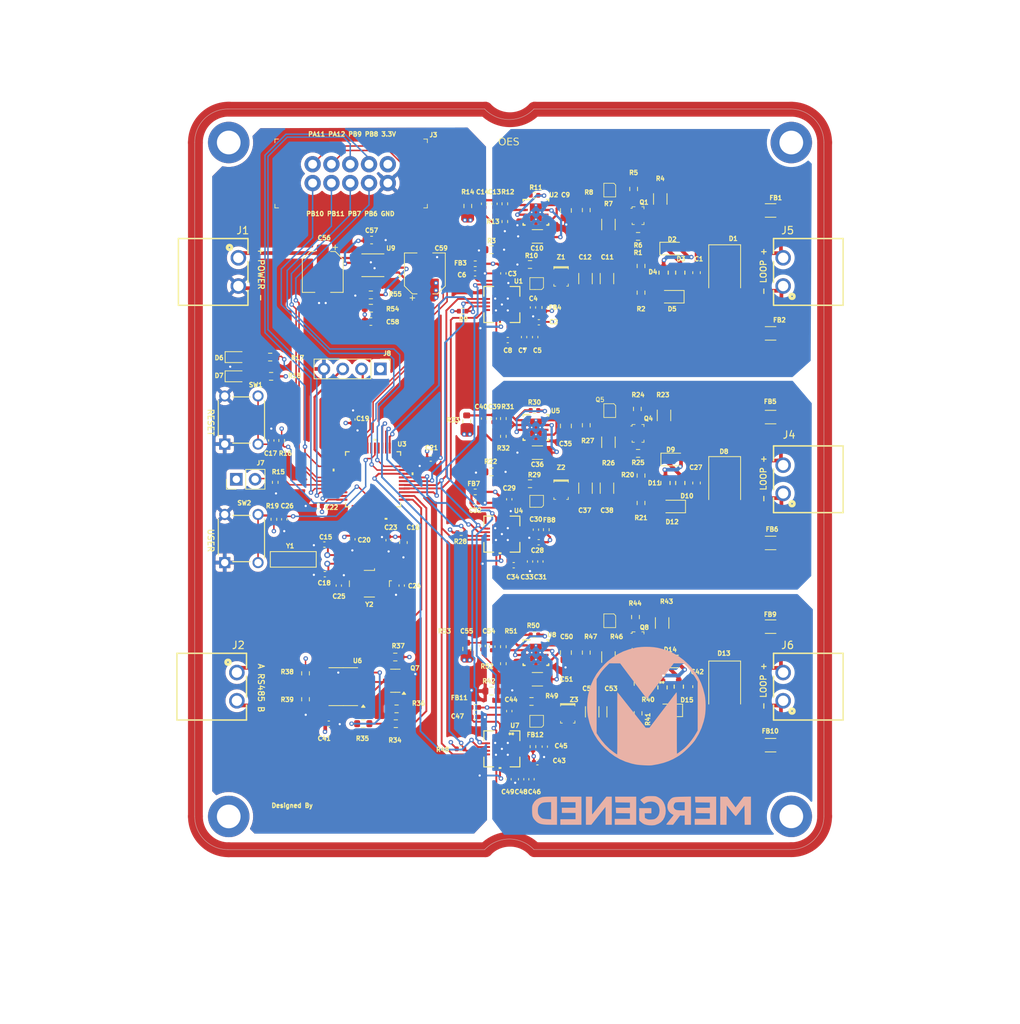
<source format=kicad_pcb>
(kicad_pcb (version 20240108) (generator "pcbnew") (generator_version "8.0")
  (layers (0 "F.Cu" signal) (1 "In1.Cu" power "GND") (2 "In2.Cu" power "POWER") (31 "B.Cu" signal) (34 "B.Paste" user) (35 "F.Paste" user) (36 "B.SilkS" user "B.Silkscreen") (37 "F.SilkS" user "F.Silkscreen") (38 "B.Mask" user) (39 "F.Mask" user) (44 "Edge.Cuts" user))
  (net 0 "")
  (net 1 "Net-(D2-A)")
  (net 2 "Net-(D3-A)")
  (net 3 "Net-(U1-VA)")
  (net 4 "/dac161S997RGHR/GND_LDO")
  (net 5 "Net-(U1-C1)")
  (net 6 "+3.3V")
  (net 7 "GND")
  (net 8 "/dac161S997RGHR/VCC_LDO")
  (net 9 "Net-(U1-VD)")
  (net 10 "Net-(U1-C2)")
  (net 11 "/dac161S997RGHR/LOOP_P")
  (net 12 "/dac161S997RGHR/LOOP_M")
  (net 13 "Net-(U1-C3)")
  (net 14 "Net-(U2-EN)")
  (net 15 "Net-(U2-DELAY)")
  (net 16 "Net-(U3-NRST)")
  (net 17 "Net-(U3-PD1_OSC_OUT)")
  (net 18 "Net-(U3-PD0_OSC_IN)")
  (net 19 "Net-(U3-PC14-OSC32_IN)")
  (net 20 "Net-(U3-PC15-OSC32_OUT)")
  (net 21 "Net-(D11-K)")
  (net 22 "Net-(U2-OUT)")
  (net 23 "VCC_LDO_1")
  (net 24 "GND_LDO_1")
  (net 25 "Net-(U2-FB)")
  (net 26 "Net-(D10-A)")
  (net 27 "Net-(U4-VA)")
  (net 28 "Net-(U4-C1)")
  (net 29 "/DAC1/LOOP_P")
  (net 30 "/DAC1/LOOP_M")
  (net 31 "Net-(U4-VD)")
  (net 32 "Net-(U4-C2)")
  (net 33 "Net-(U4-C3)")
  (net 34 "BUTTON")
  (net 35 "Net-(U5-EN)")
  (net 36 "Net-(D14-A)")
  (net 37 "Net-(U5-DELAY)")
  (net 38 "VCC_LDO_2")
  (net 39 "GND_LDO_2")
  (net 40 "Net-(U5-FB)")
  (net 41 "Net-(U5-OUT)")
  (net 42 "Net-(D15-A)")
  (net 43 "Net-(U7-VA)")
  (net 44 "/DAC2/LOOP_P")
  (net 45 "/DAC2/LOOP_M")
  (net 46 "Net-(U7-C1)")
  (net 47 "Net-(U7-VD)")
  (net 48 "Net-(U7-C2)")
  (net 49 "Net-(U9-FB)")
  (net 50 "/POWER/Vin")
  (net 51 "Net-(U9-NR{slash}SS)")
  (net 52 "/dac161S997RGHR/LOOP+")
  (net 53 "/dac161S997RGHR/LOOP-")
  (net 54 "Net-(D4-A)")
  (net 55 "Net-(D6-A)")
  (net 56 "Net-(D7-A)")
  (net 57 "/DAC1/LOOP-")
  (net 58 "/DAC1/LOOP+")
  (net 59 "Net-(D11-A)")
  (net 60 "Net-(U7-C3)")
  (net 61 "/DAC2/LOOP-")
  (net 62 "/DAC2/LOOP+")
  (net 63 "Net-(D16-A)")
  (net 64 "/RS485/RS485_A")
  (net 65 "/RS485/RS485_B")
  (net 66 "Net-(U8-EN)")
  (net 67 "/STM32F103C8T6/CLK")
  (net 68 "/STM32F103C8T6/DIO")
  (net 69 "Net-(Q1-B)")
  (net 70 "Net-(Q1-C)")
  (net 71 "Net-(Q1-E)")
  (net 72 "Net-(U8-DELAY)")
  (net 73 "Net-(Q3-E)")
  (net 74 "Net-(Q3-B)")
  (net 75 "Net-(Q3-C)")
  (net 76 "Net-(Q4-C)")
  (net 77 "Net-(Q4-B)")
  (net 78 "Net-(Q4-E)")
  (net 79 "Net-(U8-OUT)")
  (net 80 "Net-(Q6-E)")
  (net 81 "Net-(Q6-C)")
  (net 82 "Net-(Q6-B)")
  (net 83 "Net-(Q7-G)")
  (net 84 "Net-(Q7-D)")
  (net 85 "Net-(Q8-C)")
  (net 86 "Net-(Q8-E)")
  (net 87 "Net-(Q8-B)")
  (net 88 "Net-(U8-FB)")
  (net 89 "Net-(Q10-C)")
  (net 90 "Net-(Q10-E)")
  (net 91 "Net-(Q10-B)")
  (net 92 "Net-(D2-K)")
  (net 93 "/STM32F103C8T6/DAC_ERR_INT")
  (net 94 "LED2")
  (net 95 "Net-(D10-K)")
  (net 96 "/DAC1/DAC_INT_ERR1")
  (net 97 "Net-(D14-K)")
  (net 98 "/RS485/UART_TX")
  (net 99 "/RS485/EN")
  (net 100 "Net-(J7-Pin_2)")
  (net 101 "/DAC2/DAC_INT_ERR2")
  (net 102 "Net-(Q2-C)")
  (net 103 "/DAC1/SCLK")
  (net 104 "/DAC1/SDI")
  (net 105 "Net-(Q5-C)")
  (net 106 "/STM32F103C8T6/DAC_CS")
  (net 107 "/DAC1/SDO")
  (net 113 "/DAC1/CSB")
  (net 115 "/RS485/UART_RX")
  (net 117 "/DAC2/CSB")
  (net 118 "Net-(Q9-C)")
  (net 119 "Net-(U2-PG)")
  (net 120 "Net-(U5-PG)")
  (net 121 "Net-(R34-Pad2)")
  (net 123 "Net-(U8-PG)")
  (net 132 "/UART3_RX")
  (net 133 "/UART3_TX")
  (net 134 "/CAN_RX")
  (net 135 "/SDA1")
  (net 136 "/CAN_TX")
  (net 137 "/SCL1")
  (net 138 "/PB7")
  (net 139 "/PB6")
  (footprint "Resistor_SMD:R_0603_1608Metric" (layer "F.Cu") (at 185.2 78.6 90)
    (property "Reference" "R44")
    (property "Value" "24.9k")
  )
  (footprint "LED_SMD:LED_0603_1608Metric" (layer "F.Cu") (at 131.25 43.5)
    (property "Reference" "D6")
    (property "Value" "LED1")
  )
  (footprint "Resistor_SMD:R_0603_1608Metric" (layer "F.Cu") (at 140.625 86.2 -90)
    (property "Reference" "R38")
    (property "Value" "10K")
  )
  (footprint "Resistor_SMD:R_0402_1005Metric" (layer "F.Cu") (at 136.535 60.4107 -90)
    (property "Reference" "R15")
    (property "Value" "10k")
  )
  (footprint "Diode_SMD:D_SOD-323F" (layer "F.Cu") (at 190.155 35.35 180)
    (property "Reference" "D5")
    (property "Value" "BAT46WJ,115")
  )
  (footprint "Capacitor_SMD:C_0402_1005Metric" (layer "F.Cu") (at 153.6172 74.35 -90)
    (property "Reference" "C24")
    (property "Value" "27pF")
  )
  (footprint "Resistor_SMD:R_1206_3216Metric" (layer "F.Cu") (at 203.45 79.9 180)
    (property "Reference" "FB9")
    (property "Value" "600 ohm")
  )
  (footprint "Resistor_SMD:R_0603_1608Metric" (layer "F.Cu") (at 185.95 63.2 90)
    (property "Reference" "R21")
    (property "Value" "0R")
  )
  (footprint "mergened_footprints:3-HUSON(2X2)" (layer "F.Cu") (at 172.775 91.975 180)
    (property "Reference" "Q10" (hide yes))
    (property "Value" "BC55-16PA,115" (hide yes))
  )
  (footprint "Resistor_SMD:R_0603_1608Metric" (layer "F.Cu") (at 152.75 84 180)
    (property "Reference" "R37")
    (property "Value" "10K")
  )
  (footprint "Resistor_SMD:R_1206_3216Metric" (layer "F.Cu") (at 188.55 22.15 90)
    (property "Reference" "R4")
    (property "Value" "200R")
  )
  (footprint "Resistor_SMD:R_1206_3216Metric" (layer "F.Cu") (at 189.05 51.375 90)
    (property "Reference" "R23")
    (property "Value" "200R")
  )
  (footprint "Resistor_SMD:R_0603_1608Metric" (layer "F.Cu") (at 140.625 89.7 -90)
    (property "Reference" "R39")
    (property "Value" "10K")
  )
  (footprint "footprints:SOP65P490X110-9N" (layer "F.Cu") (at 149.72 31.1 180)
    (property "Reference" "U9")
    (property "Value" "TPS7A4901DGNT")
  )
  (footprint "Resistor_SMD:R_0603_1608Metric" (layer "F.Cu") (at 185.95 31.2 90)
    (property "Reference" "R1")
    (property "Value" "0R")
  )
  (footprint "Resistor_SMD:R_0402_1005Metric" (layer "F.Cu") (at 167.55 25.2 -90)
    (property "Reference" "R13")
    (property "Value" "1.13M")
  )
  (footprint "Diode_SMD:D_SMB" (layer "F.Cu") (at 197.25 32 -90)
    (property "Reference" "D1")
    (property "Value" "SM6T39CA")
  )
  (footprint "digikey-footprints:SOD-123" (layer "F.Cu") (at 176.05 91.6 -90)
    (property "Reference" "Z3")
    (property "Value" "MMSZ4686T1G")
  )
  (footprint "Diode_SMD:D_SOD-323F" (layer "F.Cu") (at 190.35 63.675 180)
    (property "Reference" "D12")
    (property "Value" "BAT46WJ,115")
  )
  (footprint "Resistor_SMD:R_0603_1608Metric" (layer "F.Cu") (at 184.85 84.6 180)
    (property "Reference" "R45")
    (property "Value" "100")
  )
  (footprint "Capacitor_SMD:C_0402_1005Metric" (layer "F.Cu") (at 172.13 68.5 180)
    (property "Reference" "C28")
    (property "Value" "2.2uF")
  )
  (footprint "footprints:DRB0008B" (layer "F.Cu") (at 171.75 53)
    (property "Reference" "U5")
    (property "Value" "TPS7A1601DRBR")
  )
  (footprint "Capacitor_SMD:C_1206_3216Metric" (layer "F.Cu") (at 178.45 61.2 90)
    (property "Reference" "C37")
    (property "Value" "0.1uF 1206")
  )
  (footprint "Resistor_SMD:R_1206_3216Metric" (layer "F.Cu") (at 188.8 79.4 90)
    (property "Reference" "R43")
    (property "Value" "200R")
  )
  (footprint "Capacitor_SMD:C_1206_3216Metric" (layer "F.Cu") (at 171.95 87 180)
    (property "Reference" "C51")
    (property "Value" "0.1uF")
  )
  (footprint "Capacitor_SMD:C_0402_1005Metric" (layer "F.Cu") (at 166.15 22.8 -90)
    (property "Reference" "C13")
    (property "Value" "10000PF")
  )
  (footprint "Resistor_SMD:R_0402_1005Metric" (layer "F.Cu") (at 163.55 61.7 180)
    (property "Reference" "FB7")
    (property "Value" "1000 ohm")
  )
  (footprint "Resistor_SMD:R_0603_1608Metric" (layer "F.Cu") (at 170.95 31 180)
    (property "Reference" "R10")
    (property "Value" "20")
  )
  (footprint "Resistor_SMD:R_0603_1608Metric" (layer "F.Cu") (at 165.75 59)
    (property "Reference" "R22")
    (property "Value" "0R")
  )
  (footprint "Resistor_SMD:R_0402_1005Metric" (layer "F.Cu") (at 137.4 54.76 -90)
    (property "Reference" "R16")
    (property "Value" "10k")
  )
  (footprint "Package_TO_SOT_SMD:SOT-23" (layer "F.Cu") (at 152.75 87.2 180)
    (property "Reference" "Q7")
    (property "Value" "BSN20")
  )
  (footprint "mergened_footprints:691322310002" (layer "F.Cu") (at 205.15 32 90)
    (property "Reference" "J5")
    (property "Value" "691322310002")
    (property "VALUE" "691322310002" (hide yes))
  )
  (footprint "Capacitor_SMD:C_0402_1005Metric" (layer "F.Cu") (at 172.15 38.8 180)
    (property "Reference" "C2")
    (property "Value" "2.2uF")
  )
  (footprint "mergened_footprints:691322310002" (layer "F.Cu") (at 205.15 60 90)
    (property "Reference" "J4")
    (property "Value" "691322310002")
    (property "VALUE" "691322310002" (hide yes))
  )
  (footprint "digikey-footprints:SOT-323" (layer "F.Cu") (at 185.55 53.8)
    (property "Reference" "Q4")
    (property "Value" "MMSTA06-7-F")
  )
  (footprint "Diode_SMD:D_SMB" (layer "F.Cu") (at 197.25 88.2 -90)
    (property "Reference" "D13")
    (property "Value" "SM6T39CA")
  )
  (footprint "Capacitor_SMD:C_0805_2012Metric" (layer "F.Cu") (at 175.8 52.8 -90)
    (property "Reference" "C35")
    (property "Value" "0.47uF")
  )
  (footprint "footprints:XTAL_AB26T-32.768KHZ-6" (layer "F.Cu") (at 143.5664 70.815)
    (property "Reference" "Y1")
    (property "Value" "AB26T-32.768KHZ-6")
  )
  (footprint "footprints:mergened_footprints2.pretty" (layer "F.Cu") (at 150.35 103.2)
    (property "Reference" "G***" (hide yes))
    (property "Value" "LOGO" (hide yes))
  )
  (footprint "Capacitor_SMD:C_0402_1005Metric" (layer "F.Cu") (at 172.35 71.1 -90)
    (property "Reference" "C31")
    (property "Value" "0.39uF")
  )
  (footprint "footprints:LED_CDSU101A" (layer "F.Cu") (at 189.25 60.5 -90)
    (property "Reference" "D11")
    (property "Value" "CDSU101A")
  )
  (footprint "Capacitor_SMD:C_0402_1005Metric" (layer "F.Cu") (at 137.75 65.4 -90)
    (property "Reference" "C26")
    (property "Value" "100nF")
  )
  (footprint "Capacitor_SMD:C_1206_3216Metric" (layer "F.Cu") (at 182.25 91.4 90)
    (property "Reference" "C53")
    (property "Value" "1uF")
  )
  (footprint "Capacitor_SMD:C_0402_1005Metric" (layer "F.Cu") (at 151.85 68.22 -90)
    (property "Reference" "C23")
    (property "Value" "100nF")
  )
  (footprint "Capacitor_SMD:C_0402_1005Metric" (layer "F.Cu") (at 136 54.76 90)
    (property "Reference" "C17")
    (property "Value" "100nF")
  )
  (footprint "Resistor_SMD:R_1206_3216Metric" (layer "F.Cu") (at 203.45 95.9 180)
    (property "Reference" "FB10")
    (property "Value" "600 ohm")
  )
  (footprint "Resistor_SMD:R_1206_3216Metric" (layer "F.Cu") (at 203.45 40.3 180)
    (property "Reference" "FB2")
    (property "Value" "600 ohm")
  )
  (footprint "footprints:DRB0008B" (layer "F.Cu") (at 171.75 23.95)
    (property "Reference" "U2")
    (property "Value" "TPS7A1601DRBR")
  )
  (footprint "Capacitor_SMD:C_0402_1005Metric" (layer "F.Cu") (at 168.05 100.5 -90)
    (property "Reference" "C49")
    (property "Value" "1000pF")
  )
  (footprint "Capacitor_SMD:C_0402_1005Metric" (layer "F.Cu") (at 169.75 100.5 -90)
    (property "Reference" "C48")
    (property "Value" "0.22uF")
  )
  (footprint "Capacitor_SMD:C_0402_1005Metric" (layer "F.Cu") (at 163.53 92.1)
    (property "Reference" "C47")
    (property "Value" "0.1uF 0402")
  )
  (footprint "Resistor_SMD:R_0402_1005Metric" (layer "F.Cu") (at 171.35 96.1 90)
    (property "Reference" "FB12")
    (property "Value" "1000 ohm")
  )
  (footprint "Resistor_SMD:R_0603_1608Metric" (layer "F.Cu") (at 149.45 36.9)
    (property "Reference" "R54")
    (property "Value" "18K")
  )
  (footprint "Package_SO:SOIC-8_3.9x4.9mm_P1.27mm" (layer "F.Cu") (at 145.725 88 180)
    (property "Reference" "U6")
    (property "Value" "Max3075EESA")
  )
  (footprint "digikey-footprints:SOD-123" (layer "F.Cu") (at 175.15 61.4 -90)
    (property "Reference" "Z2")
    (property "Value" "MMSZ4686T1G")
  )
  (footprint "Crystal:Crystal_SMD_EuroQuartz_MJ-4Pin_5.0x3.2mm" (layer "F.Cu") (at 149.25 74.1 180)
    (property "Reference" "Y2")
    (property "Value" "XD8M000000S418")
  )
  (footprint "Resistor_SMD:R_0402_1005Metric" (layer "F.Cu") (at 136.35 65.4 90)
    (property "Reference" "R19")
    (property "Value" "10k")
  )
  (footprint "MountingHole:MountingHole_3.2mm_M3_DIN965_Pad" (layer "F.Cu") (at 130.249998 14.524998)
    (property "Reference" "H1")
    (property "Value" "MountingHole")
  )
  (footprint "Resistor_SMD:R_1206_3216Metric" (layer "F.Cu") (at 203.45 23.7 180)
    (property "Reference" "FB1")
    (property "Value" "600 ohm")
  )
  (footprint "Capacitor_SMD:C_0402_1005Metric" (layer "F.Cu") (at 143.77 93)
    (property "Reference" "C41")
    (property "Value" "100nF")
  )
  (footprint "Resistor_SMD:R_0603_1608Metric" (layer "F.Cu") (at 162.55 23.1 -90)
    (property "Reference" "R14")
    (property "Value" "0R")
  )
  (footprint "mergened_footprints:3-HUSON(2X2)" (layer "F.Cu") (at 181.025 20.025 -90)
    (property "Reference" "Q2" (hide yes))
    (property "Value" "BC55-16PA,115" (hide yes))
  )
  (footprint "mergened_footprints:3-HUSON(2X2)" (layer "F.Cu") (at 172.775 62.275 180)
    (property "Reference" "Q6" (hide yes))
    (property "Value" "BC55-16PA,115" (hide yes))
  )
  (footprint "Capacitor_SMD:C_0402_1005Metric" (layer "F.Cu") (at 143.1664 68.815 180)
    (property "Reference" "C15")
    (property "Value" "8pF")
  )
  (footprint "Capacitor_SMD:C_0402_1005Metric" (layer "F.Cu") (at 168.15 62.7 90)
    (property "Reference" "C29")
    (property "Value" "2.2uF")
  )
  (footprint "Resistor_SMD:R_0402_1005Metric" (layer "F.Cu") (at 161.85 37.3)
    (property "Reference" "R9")
    (property "Value" "10k")
  )
  (footprint "Capacitor_SMD:C_0805_2012Metric" (layer "F.Cu") (at 175.8 23.7 -90)
    (property "Reference" "C9")
    (property "Value" "0.47uF")
  )
  (footprint "Capacitor_SMD:CP_Elec_5x5.4" (layer "F.Cu") (at 142.95 32 -90)
    (property "Reference" "C56")
    (property "Value" "10uF/35V")
  )
  (footprint "footprints:pushbutton" (layer "F.Cu") (at 134.2106 64.75 90)
    (property "Reference" "SW2")
    (property "Value" "SW_Push")
  )
  (footprint "footprints:RGH16_TEX" (layer "F.Cu") (at 167.15 36.4 -90)
    (property "Reference" "U1")
    (property "Value" "DAC161S997RGHR" (hide yes))
  )
  (footprint "Capacitor_SMD:C_0402_1005Metric" (layer "F.Cu") (at 171.35 36.8 -90)
    (property "Reference" "C4")
    (property "Value" "0.1uF 0402")
  )
  (footprint "Diode_SMD:D_SMB" (layer "F.Cu") (at 197.25 60.6 -90)
    (property "Reference" "D8")
    (property "Value" "SM6T39CA")
  )
  (footprint "digikey-footprints:SOT-323" (layer "F.Cu") (at 185.55 24.4)
    (property "Reference" "Q1")
    (property "Value" "MMSTA06-7-F")
  )
  (footprint "footprints:pushbutton" (layer "F.Cu") (at 134.2106 48.75 90)
    (property "Reference" "SW1")
    (property "Value" "SW_Push")
  )
  (footprint "MountingHole:MountingHole_3.2mm_M3_DIN965_Pad" (layer "F.Cu") (at 130.249998 105.525002)
    (property "Reference" "H2")
    (property "Value" "MountingHole")
  )
  (footprint "Capacitor_SMD:C_0402_1005Metric" (layer "F.Cu") (at 166.05 51.8 -90)
    (property "Reference" "C39")
    (property "Value" "10000PF")
  )
  (footprint "Capacitor_SMD:C_0402_1005Metric" (layer "F.Cu") (at 146.95 68.1 -90)
    (property "Reference" "C20")
    (property "Value" "100nF")
  )
  (footprint "Resistor_SMD:R_0603_1608Metric" (layer "F.Cu") (at 149.45 35.1 180)
    (property "Reference" "R55")
    (property "Value" "10K")
  )
  (footprint "Resistor_SMD:R_0402_1005Metric" (layer "F.Cu") (at 161.65 67.2)
    (property "Reference" "R28")
    (property "Value" "10k")
  )
  (footprint "Resistor_SMD:R_1206_3216Metric" (layer "F.Cu") (at 181.55 55 -90)
    (property "Reference" "R26")
    (property "Value" "49.9")
  )
  (footprint "Capacitor_SMD:C_0402_1005Metric" (layer "F.Cu") (at 170.15 40.8 -90)
    (property "Reference" "C7")
    (property "Value" "0.22uF")
  )
  (footprint "Capacitor_SMD:C_0402_1005Metric" (layer "F.Cu") (at 164.75 22.8 -90)
    (property "Reference" "C14")
    (property "Value" "2.2uF")
  )
  (footprint "Resistor_SMD:R_0603_1608Metric" (layer "F.Cu") (at 170.95 60.6 180)
    (property "Reference" "R29")
    (property "Value" "20")
  )
  (footprint "Resistor_SMD:R_0603_1608Metric" (layer "F.Cu") (at 185.55 27.2 180)
    (property "Reference" "R6")
    (property "Value" "100")
  )
  (footprint "Resistor_SMD:R_0603_1608Metric" (layer "F.Cu") (at 165.75 88.6)
    (property "Reference" "R42")
    (property "Value" "0R")
  )
  (footprint "Capacitor_SMD:C_1206_3216Metric" (layer "F.Cu") (at 171.95 27.2 180)
    (property "Reference" "C10")
    (property "Value" "0.1uF")
  )
  (footprint "Capacitor_SMD:C_1206_3216Metric" (layer "F.Cu") (at 181.35 32.9 90)
    (property "Reference" "C11")
    (property "Value" "0.1uF 1206")
  )
  (footprint "Resistor_SMD:R_0603_1608Metric" (layer "F.Cu") (at 185.55 87.6 90)
    (property "Reference" "R40")
    (property "Value" "0R")
  )
  (footprint "LED_SMD:LED_0603_1608Metric" (layer "F.Cu") (at 131.25 46.1)
    (property "Reference" "D7")
    (property "Value" "LED2")
  )
  (footprint "Resistor_SMD:R_0603_1608Metric" (layer "F.Cu") (at 185.55 56.5 180)
    (property "Reference" "R25")
    (property "Value" "100")
  )
  (footprint "Capacitor_SMD:C_0603_1608Metric" (layer "F.Cu") (at 193.45 32.1 -90)
    (property "Reference" "C1")
    (property "Value" "0.01uF")
  )
  (footprint "mergened_footprints:691322310002" (layer "F.Cu") (at 131.35 88 -90)
    (property "Reference" "J2")
    (property "Value" "691322310002")
    (property "VALUE" "691322310002" (hide yes))
  )
  (footprint "Resistor_SMD:R_0402_1005Metric" (layer "F.Cu") (at 167.55 22.8 -90)
    (property "Reference" "R12")
    (property "Value" "2M")
  )
  (footprint "Capacitor_SMD:C_0402_1005Metric" (layer "F.Cu") (at 168.75 71.6)
    (property "Reference" "C34")
    (property "Value" "1000pF")
  )
  (footprint "Resistor_SMD:R_1206_3216Metric" (layer "F.Cu") (at 181.55 84 -90)
    (property "Reference" "R46")
    (property "Value" "49.9")
  )
  (footprint "Resistor_SMD:R_0402_1005Metric" (layer "F.Cu") (at 167.35 84.9 -90)
    (property "Reference" "R52")
    (property "Value" "1.13M")
  )
  (footprint "Capacitor_SMD:C_1206_3216Metric" (layer "F.Cu") (at 171.95 56.4 180)
    (property "Reference" "C36")
    (property "Value" "0.1uF")
  )
  (footprint "footprints:LED_CDSU101A" (layer "F.Cu") (at 189 32.1 -90)
    (property "Reference" "D4")
    (property "Value" "CDSU101A")
  )
  (footprint "Capacitor_SMD:C_0402_1005Metric" (layer "F.Cu") (at 143.23 72.815 180)
    (property "Reference" "C18")
    (property "Value" "8pF")
  )
  (footprint "Resistor_SMD:R_0603_1608Metric" (layer "F.Cu") (at 185.55 91.6 -90)
    (property "Reference" "R41")
    (property "Value" "0R")
  )
  (footprint "Connector_PinHeader_2.54mm:PinHeader_1x02_P2.54mm_Vertical" (layer "F.Cu") (at 131.275 60 90)
    (property "Reference" "J7")
    (property "Value" "Conn_01x02_Pin")
  )
  (footprint "mergened_footprints:691322310002" (layer "F.Cu") (at 205.15 88 90)
    (property "Reference" "J6")
    (property "Value" "691322310002")
    (property "VALUE" "691322310002" (hide yes))
  )
  (footprint "Capacitor_SMD:C_1206_3216Metric" (layer "F.Cu") (at 181.35 61.2 90)
    (property "Reference" "C38")
    (property "Value" "1uF")
  )
  (footprint "Diode_SMD:D_SOD-323F" (layer "F.Cu") (at 189.95 84.6)
    (property "Reference" "D14")
    (property "Value" "BAT46WJ,115")
  )
  (footprint "Resistor_SMD:R_1206_3216Metric" (layer "F.Cu") (at 203.45 68.6 180)
    (property "Reference" "FB6")
    (property "Value" "600 ohm")
  )
  (footprint "Resistor_SMD:R_0603_1608Metric" (layer "F.Cu") (at 184.95 20.8 90)
    (property "Reference" "R5")
    (property "Value" "24.9k")
  )
  (footprint "Resistor_SMD:R_0402_1005Metric" (layer "F.Cu") (at 163.55 90.8 180)
    (property "Reference" "FB11")
    (property "Value" "1000 ohm")
  )
  (footprint "Resistor_SMD:R_0402_1005Metric" (layer "F.Cu") (at 163.55 30.9 180)
    (property "Reference" "FB3")
    (property "Value" "1000 ohm")
  )
  (footprint "Capacitor_SMD:C_0603_1608Metric" (layer "F.Cu") (at 149.55 27.7)
    (property "Reference" "C57")
    (property "Value" "10nF")
  )
  (footprint "footprints:RGH16_TEX" (layer "F.Cu") (at 167.15 67.4 -90)
    (property "Reference" "U4")
    (property "Value" "DAC161S997RGHR")
  )
  (footprint "mergened_footprints:691322310002" (layer "F.Cu") (at 131.55 32 -90)
    (property "Reference" "J1")
    (property "Value" "691322310002")
    (property "VALUE" "691322310002" (hide yes))
  )
  (footprint "Resistor_SMD:R_0402_1005Metric" (layer "F.Cu") (at 171.55 81)
    (property "Reference" "R50")
    (property "Value" "1M")
  )
  (footprint "footprints:LED_CDSU101A" (layer "F.Cu") (at 191.25 60.5 -90)
    (property "Reference" "D10")
    (property "Value" "CDSU101A")
  )
  (footprint "Capacitor_SMD:C_0402_1005Metric" (layer "F.Cu") (at 163.53 63.1)
    (property "Reference" "C32")
    (property "Value" "0.1uF 0402")
  )
  (footprint "Resistor_SMD:R_0402_1005Metric" (layer "F.Cu") (at 161.56 96.4)
    (property "Reference" "R48")
    (property "Value" "10k")
  )
  (footprint "Diode_SMD:D_SOD-323F" (layer "F.Cu") (at 190.1 28.85)
    (property "Reference" "D2")
    (property "Value" "BAT46WJ,115")
  )
  (footprint "Resistor_SMD:R_1206_3216Metric" (layer "F.Cu") (at 181.55 25.6 -90)
    (property "Reference" "R7")
    (property "Value" "49.9")
  )
  (footprint "Resistor_SMD:R_0603_1608Metric" (layer "F.Cu") (at 185.95 34.8 90)
    (property "Reference" "R2")
    (property "Value" "0R")
  )
  (footprint "Resistor_SMD:R_0402_1005Metric" (layer "F.Cu") (at 171.55 50.7)
    (property "Reference" "R30")
    (property "Value" "1M")
  )
  (footprint "Capacitor_SMD:C_0402_1005Metric" (layer "F.Cu") (at 171.65 40.8 -90)
    (property "Reference" "C5")
    (property "Value" "0.39uF")
  )
  (footprint "Capacitor_SMD:C_1206_3216Metric" (layer "F.Cu") (at 179.35 91.4 90)
    (property "Reference" "C52")
    (property "Value" "0.1uF 1206")
  )
  (footprint "Resistor_SMD:R_0402_1005Metric" (layer "F.Cu") (at 172.95 36.8 90)
    (property "Reference" "FB4")
    (property "Value" "1000 ohm")
  )
  (footprint "Resistor_SMD:R_0603_1608Metric" (layer "F.Cu") (at 162.4 52.2 -90)
    (property "Reference" "R33")
    (property "Value" "0R")
  )
  (footprint "Resistor_SMD:R_0603_1608Metric" (layer "F.Cu") (at 152.825 93 180)
    (property "Reference" "R34")
    (property "Value" "0R")
  )
  (footprint "Capacitor_SMD:C_0402_1005Metric" (layer "F.Cu") (at 172.95 96.1 -90)
    (property "Reference" "C45")
    (property "Value" "0.1uF 0402")
  )
  (footprint "Capacitor_SMD:C_0402_1005Metric" (layer "F.Cu") (at 164.75 51.8 -90)
    (property "Reference" "C40")
    (property "Value" "2.2uF")
  )
  (footprint "digikey-footprints:PinHeader_2x5_P2.54mm_Drill1.2mm" (layer "F.Cu") (at 141.585 17.46)
    (property "Reference" "J3")
    (property "Value" "302-S101")
  )
  (footprint "Capacitor_SMD:CP_Elec_5x5.4" (layer "F.Cu") (at 156.75 32.2 90)
    (property "Reference" "C59")
    (property "Value" "10uF/35V")
  )
  (footprint "footprints:RGH16_TEX" (layer "F.Cu") (at 167.15 96.4 -90)
    (property "Reference" "U7")
    (property "Value" "DAC161S997RGHR")
  )
  (footprint "Resistor_SMD:R_0402_1005Metric" (layer "F.Cu") (at 167.35 82.6 -90)
    (property "Reference" "R51")
    (property "Value" "2M")
  )
  (footprint "Resistor_SMD:R_1206_3216Metric" (layer "F.Cu") (at 203.45 51.6 180)
    (property "Reference" "FB5")
    (property "Value" "600 ohm")
  )
  (footprint "Capacitor_SMD:C_0402_1005Metric" (layer "F.Cu") (at 168.15 91.3 90)
    (property "Reference" "C44")
    (property "Value" "2.2uF")
  )
  (footprint "footprints:LQFP48_STM" (layer "F.Cu") (at 149.75 60 90)
    (property "Reference" "U3")
    (property "Value" "STM32F103C8T6")
  )
  (footprint "Capacitor_SMD:C_0603_1608Metric" (layer "F.Cu") (at 193.45 88 -90)
    (property "Reference" "C42")
    (property "Value" "0.01uF")
  )
  (footprint "Resistor_SMD:R_0603_1608Metric" (layer "F.Cu") (at 185.45 50.5 90)
    (property "Reference" "R24")
    (property "Value" "24.9k")
  )
  (footprint "Resistor_SMD:R_0402_1005Metric" (layer "F.Cu") (at 167.35 54.2 -90)
    (property "Reference" "R32")
    (property "Value" "1.13M")
  )
  (footprint "Connector_PinHeader_2.54mm:PinHeader_1x04_P2.54mm_Vertical" (layer "F.Cu") (at 150.73 45.1 -90)
    (property "Reference" "J8")
    (property "Value" "Conn_01x04_Pin")
  )
  (footprint "footprints:DRB0008B" (layer "F.Cu") (at 171.75 83.4)
    (property "Reference" "U8")
    (property "Value" "TPS7A1601DRBR")
  )
  (footprint "Capacitor_SMD:C_0402_1005Metric" (layer "F.Cu") (at 171.95 98.2)
    (property "Reference" "C43")
    (property "Value" "2.2uF")
  )
  (footprint "Resistor_SMD:R_0603_1608Metric" (layer "F.Cu") (at 185.95 59.5 90)
    (property "Reference" "R20")
    (property "Value" "0R")
  )
  (footprint "digikey-footprints:SOT-323" (layer "F.Cu") (at 185.55 81.8)
    (property "Reference" "Q8")
    (property "Value" "MMSTA06-7-F")
  )
  (footprint "Diode_SMD:D_SOD-323F" (layer "F.Cu") (at 189.95 91.2 180)
    (property "Reference" "D17")
    (property "Value" "BAT46WJ,115")
  )
  (footprint "Capacitor_SMD:C_0805_2012Metric" (layer "F.Cu") (at 175.8 83.4 -90)
    (property "Reference" "C50")
    (property "Value" "0.47uF")
  )
  (footprint "Diode_SMD:D_SOD-323F" (layer "F.Cu") (at 190.25 57.325)
    (property "Reference" "D9")
    (property "Value" "BAT46WJ,115")
  )
  (footprint "footprints:LED_CDSU101A" (layer "F.Cu") (at 191.25 32.1 -90)
    (property "Reference" "D3")
    (property "Value" "CDSU101A")
  )
  (footprint "MountingHole:MountingHole_3.2mm_M3_DIN965_Pad" (layer "F.Cu") (at 206.25 14.5308)
    (property "Reference" "H4")
    (property "Value" "MountingHole")
  )
  (footprint "Capacitor_SMD:C_0402_1005Metric" (layer "F.Cu") (at 170.95 71.1 -90)
    (property "Reference" "C33")
    (property "Value" "0.22uF")
  )
  (footprint "Resistor_SMD:R_0402_1005Metric" (layer "F.Cu") (at 173.15 66.8 90)
    (property "Reference" "FB8")
    (property "Value" "1000 ohm")
  )
  (footprint "Resistor_SMD:R_0402_1005Metric" (layer "F.Cu") (at 167.35 51.8 -90)
    (property "Reference" "R31")
    (property "Value" "2M")
  )
  (footprint "Resistor_SMD:R_0603_1608Metric" (layer "F.Cu") (at 148.425 93)
    (property "Reference" "R35")
    (property "Value" "0R")
  )
  (footprint "footprints:LED_CDSU101A" (layer "F.Cu") (at 188.85 88.1 -90)
    (property "Reference" "D16")
    (property "Value" "CDSU101A")
  )
  (footprint "Capacitor_SMD:C_0402_1005Metric" (layer "F.Cu") (at 165.85 82.6 -90)
    (property "Reference" "C54")
    (property "Value" "10000PF")
  )
  (footprint "mergened_footprints:3-HUSON(2X2)" (layer "F.Cu") (at 172.775 32.875 180)
    (property "Reference" "Q3" (hide yes))
    (property "Value" "BC55-16PA,115" (hide yes))
  )
  (footprint "Resistor_SMD:R_0603_1608Metric" (layer "F.Cu") (at 135.85 43.5 180)
    (property "Reference" "R17")
    (property "Value" "1k5")
  )
  (footprint "Resistor_SMD:R_0603_1608Metric" (layer "F.Cu") (at 178.55 52.7 -90)
    (property "Reference" "R27")
    (property "Value" "0R")
  )
  (footprint "Resistor_SMD:R_0603_1608Metric" (layer "F.Cu") (at 165.75 29)
    (property "Reference" "R3")
    (property "Value" "0R")
  )
  (footprint "Capacitor_SMD:C_0402_1005Metric" (layer "F.Cu") (at 163.53 32.2)
    (property "Reference" "C6")
    (property "Value" "0.1uF 0402")
  )
  (footprint "mergened_footprints:3-HUSON(2X2)" (layer "F.Cu") (at 181.025 49.8 -90)
    (property "Reference" "Q5")
    (property "Value" "BC55-16PA,115" (hide yes))
  )
  (footprint "MountingHole:MountingHole_3.2mm_M3_DIN965_Pad" (layer "F.Cu") (at 206.25 105.51556)
    (property "Reference" "H3")
    (property "Value" "MountingHole")
  )
  (footprint "Resistor_SMD:R_0603_1608Metric" (layer "F.Cu") (at 152.925 91)
    (property "Reference" "R36")
    (property "Value" "0R")
  )
  (footprint "Capacitor_SMD:C_0603_1608Metric" (layer "F.Cu") (at 149.45 38.7)
    (property "Reference" "C58")
    (property "Value" "10nF")
  )
  (footprint "Capacitor_SMD:C_0402_1005Metric" (layer "F.Cu") (at 146.95 51.92 90)
    (property "Reference" "C19")
    (property "Value" "100nF")
  )
  (footprint "mergened_footprints:3-HUSON(2X2)" (layer "F.Cu") (at 181.025 78.175 -90)
    (property "Reference" "Q9" (hide yes))
    (property "Value" "BC55-16PA,115" (hide yes))
  )
  (footprint "Capacitor_SMD:C_0603_1608Metric" (layer "F.Cu") (at 193.45 60.5 -90)
    (property "Reference" "C27")
    (property "Value" "0.01uF")
  )
  (footprint "Resistor_SMD:R_0603_1608Metric" (layer "F.Cu") (at 178.55 23.65 -90)
    (property "Reference" "R8")
    (property "Value" "0R")
  )
  (footprint "Capacitor_SMD:C_0402_1005Metric" (layer "F.Cu") (at 164.55 82.5 -90)
    (property "Reference" "C55")
    (property "Value" "2.2uF")
  )
  (footprint "Capacitor_SMD:C_0402_1005Metric" (layer "F.Cu") (at 157.55 57.2)
    (property "Reference" "C21")
    (property "Value" "100nF")
  )
  (footprint "digikey-footprints:SOD-123" (layer "F.Cu") (at 175.15 32.6 -90)
    (property "Reference" "Z1")
    (property "Value" "MMSZ4686T1G")
  )
  (footprint "Capacitor_SMD:C_0402_1005Metric" (layer "F.Cu") (at 145.1172 74.35 90)
    (property "Reference" "C25")
    (property "Value" "27pF")
  )
  (footprint "Capacitor_SMD:C_0402_1005Metric" (layer "F.Cu") (at 167.35 32.2 90)
    (property "Reference" "C3")
    (property "Value" "2.2uF")
  )
  (footprint "Resistor_SMD:R_0402_1005Metric" (layer "F.Cu") (at 171.55 21.65)
    (property "Reference" "R11")
    (property "Value" "1M")
  )
  (footprint "footprints:LED_CDSU101A" (layer "F.Cu") (at 191.05 88 -90)
    (property "Reference" "D15")
    (property "Value" "CDSU101A")
  )
  (footprint "Resistor_SMD:R_0603_1608Metric" (layer "F.Cu") (at 135.975 46.1 180)
    (property "Reference" "R18")
    (property "Value" "1k5")
  )
  (footprint "Capacitor_SMD:C_0402_1005Metric" (layer "F.Cu") (at 171.75 66.8 -90)
    (property "Reference" "C30")
    (property "Value" "0.1uF 0402")
  )
  (footprint "Capacitor_SMD:C_0402_1005Metric" (layer "F.Cu") (at 167.95 41.2)
    (property "Reference" "C8")
    (property "Value" "1000pF")
  )
  (footprint "Resistor_SMD:R_0603_1608Metric" (layer "F.Cu") (at 171.15 90 180)
    (property "Reference" "R49")
    (property "Value" "20")
  )
  (footprint "Resistor_SMD:R_0603_1608Metric" (layer "F.Cu") (at 162.4 82.9 -90)
    (property "Reference" "R53")
    (property "Value" "0R")
  )
  (footprint "Capacitor_SMD:C_0402_1005Metric" (layer "F.Cu") (at 142.35 63.6 180)
    (property "Reference" "C22")
    (property "Value" "100nF")
  )
  (footprint "Capacitor_SMD:C_1206_3216Metric" (layer "F.Cu") (at 178.45 32.9 90)
    (property "Reference" "C12")
    (property "Value" "1uF")
  )
  (footprint "Resistor_SMD:R_0603_1608Metric" (layer "F.Cu") (at 178.55 83.4 -90)
    (property "Reference" "R47")
    (property "Value" "0R")
  )
  (footprint "Capacitor_SMD:C_0603_1608Metric" (layer "F.Cu") (at 153.85 68.54 -90)
    (property "Reference" "C16")
    (property "Value" "4.7uF")
  )
  (footprint "Capacitor_SMD:C_0402_1005Metric" (layer "F.Cu") (at 171.15 100.5 -90)
    (property "Reference" "C46")
    (property "Value" "0.39uF")
  )
  (footprint "footprints:mergened_footprints3.pretty" (layer "B.Cu") (at 186.4 95.75 180)
    (property "Reference" "G***")
    (property "Value" "LOGO" (hide yes))
  )
  (gr_arc (start 171.569799 10.030764) (mid 168.25 11.45) (end 164.928633 10.034438) (stroke (width 2)) (layer "F.Cu") (net 7))
  (gr_arc (start 164.930201 110.019236) (mid 168.25 108.6) (end 171.571367 110.015562) (stroke (width 2)) (layer "F.Cu") (net 7))
  (gr_line (start 125.75 14.525) (end 125.75 105.525) (stroke (width 2)) (layer "F.Cu") (net 7))
  (gr_arc (start 125.75 14.525) (mid 127.068019 11.343019) (end 130.25 10.025) (stroke (width 2)) (layer "F.Cu") (net 7))
  (gr_line (start 210.75 105.515562) (end 210.75 14.530764) (stroke (width 2)) (layer "F.Cu") (net 7))
  (gr_line (start 171.571367 110.015562) (end 206.25 110.015562) (stroke (width 2)) (layer "F.Cu") (net 7))
  (gr_line (start 130.25 10.034438) (end 164.928633 10.034438) (stroke (width 2)) (layer "F.Cu") (net 7))
  (gr_arc (start 210.75 105.515562) (mid 209.43198 108.697541) (end 206.25 110.015562) (stroke (width 2)) (layer "F.Cu") (net 7))
  (gr_line (start 130.25 110.025) (end 164.930201 110.025) (stroke (width 2)) (layer "F.Cu") (net 7))
  (gr_line (start 171.569799 10.030764) (end 206.25 10.030764) (stroke (width 2)) (layer "F.Cu") (net 7))
  (gr_arc (start 130.25 110.025) (mid 127.068019 108.706981) (end 125.75 105.525) (stroke (width 2)) (layer "F.Cu") (net 7))
  (gr_arc (start 206.25 10.030764) (mid 209.431993 11.348781) (end 210.75 14.530764) (stroke (width 2)) (layer "F.Cu") (net 7))
  (gr_arc (start 125.65 14.501837) (mid 126.968019 11.319856) (end 130.15 10.001837) (stroke (width 0.05)) (layer "Edge.Cuts"))
  (gr_line (start 171.471367 109.992399) (end 206.15 109.992399) (stroke (width 0.05)) (layer "Edge.Cuts"))
  (gr_line (start 130.15 110.001837) (end 164.830201 110.001837) (stroke (width 0.05)) (layer "Edge.Cuts"))
  (gr_line (start 210.65 105.492399) (end 210.65 14.507601) (stroke (width 0.05)) (layer "Edge.Cuts"))
  (gr_arc (start 206.15 10.007601) (mid 209.331981 11.32562) (end 210.65 14.507601) (stroke (width 0.05)) (layer "Edge.Cuts"))
  (gr_arc (start 171.469799 10.007601) (mid 168.15 11.426837) (end 164.828633 10.011275) (stroke (width 0.05)) (layer "Edge.Cuts"))
  (gr_arc (start 130.15 110.001837) (mid 126.968019 108.683818) (end 125.65 105.501837) (stroke (width 0.05)) (layer "Edge.Cuts"))
  (gr_line (start 171.469799 10.007601) (end 206.15 10.007601) (stroke (width 0.05)) (layer "Edge.Cuts"))
  (gr_arc (start 210.65 105.492399) (mid 209.331981 108.67438) (end 206.15 109.992399) (stroke (width 0.05)) (layer "Edge.Cuts"))
  (gr_arc (start 164.830201 109.996073) (mid 168.15 108.576837) (end 171.471367 109.992399) (stroke (width 0.05)) (layer "Edge.Cuts"))
  (gr_line (start 125.65 14.501837) (end 125.65 105.501837) (stroke (width 0.05)) (layer "Edge.Cuts"))
  (gr_line (start 130.15 10.001837) (end 164.828633 10.001837) (stroke (width 0.05)) (layer "Edge.Cuts"))
  (gr_text "- LOOP +" (at 202.95 35.2 90) (layer "F.SilkS") (effects (font (size 0.8 0.8) (thickness 0.15) (bold yes)) (justify left bottom)))
  (gr_text "- LOOP +" (at 202.95 91.2 90) (layer "F.SilkS") (effects (font (size 0.8 0.8) (thickness 0.15) (bold yes)) (justify left bottom)))
  (gr_text "Designed By \n" (at 135.95 104.4 0) (layer "F.SilkS") (effects (font (size 0.6 0.6) (thickness 0.15) (bold yes)) (justify left bottom)))
  (gr_text "PB10 PB11 PB7 PB6 GND" (at 140.65 24.5 0) (layer "F.SilkS") (effects (font (size 0.6 0.6) (thickness 0.15) (bold yes)) (justify left bottom)))
  (gr_text "PA11 PA12 PB9 PB8 3.3V" (at 140.9 13.75 0) (layer "F.SilkS") (effects (font (size 0.6 0.6) (thickness 0.15) (bold yes)) (justify left bottom)))
  (gr_text "+ POWER -" (at 134.15 28.6 270) (layer "F.SilkS") (effects (font (size 0.8 0.8) (thickness 0.15) (bold yes)) (justify left bottom)))
  (gr_text "- LOOP +" (at 202.95 63.2 90) (layer "F.SilkS") (effects (font (size 0.8 0.8) (thickness 0.15) (bold yes)) (justify left bottom)))
  (gr_text "OES\n\n" (at 166.65 16.75 0) (layer "F.SilkS") (effects (font (size 1 1) (thickness 0.1)) (justify left bottom)))
  (gr_text "USER\n" (at 127.35 66.6 270) (layer "F.SilkS") (effects (font (size 0.8 0.8) (thickness 0.15) (bold yes)) (justify left bottom)))
  (gr_text "RESET" (at 127.35 50.4 270) (layer "F.SilkS") (effects (font (size 0.8 0.8) (thickness 0.15) (bold yes)) (justify left bottom)))
  (gr_text "A RS485 B" (at 134.15 84.8 270) (layer "F.SilkS") (effects (font (size 0.8 0.8) (thickness 0.15) (bold yes)) (justify left bottom)))
  (segment (start 193.45 27.8) (end 192.4 28.85) (width 0.5) (layer "F.Cu") (net 1))
  (segment (start 193.45 27.8) (end 193.45 31.325) (width 0.5) (layer "F.Cu") (net 1))
  (segment (start 192.35 30) (end 191.2 28.85) (width 0.5) (layer "F.Cu") (net 1))
  (segment (start 189 31.3253) (end 189 30.45) (width 0.5) (layer "F.Cu") (net 1))
  (segment (start 201.9875 23.7) (end 197.55 23.7) (width 0.5) (layer "F.Cu") (net 1))
  (segment (start 189 30.45) (end 189.05 30.4) (width 0.5) (layer "F.Cu") (net 1))
  (segment (start 192.4 28.85) (end 191.2 28.85) (width 0.5) (layer "F.Cu") (net 1))
  (segment (start 197.55 23.7) (end 193.45 27.8) (width 0.5) (layer "F.Cu") (net 1))
  (segment (start 192.75 30) (end 192.35 30) (width 0.5) (layer "F.Cu") (net 1))
  (via (at 192.75 30) (size 0.6) (drill 0.3) (layers "F.Cu" "B.Cu") (net 1))
  (via (at 189.05 30.4) (size 0.6) (drill 0.3) (layers "F.Cu" "B.Cu") (net 1))
  (segment (start 189.45 30) (end 189.05 30.4) (width 0.5) (layer "B.Cu") (net 1))
  (segment (start 192.75 30) (end 189.45 30) (width 0.5) (layer "B.Cu") (net 1))
  (segment (start 191.25 34.3) (end 192.3 35.35) (width 0.5) (layer "F.Cu") (net 2))
  (segment (start 201.9875 40.3) (end 197.25 40.3) (width 0.5) (layer "F.Cu") (net 2))
  (segment (start 193.45 36.5) (end 192.3 35.35) (width 0.5) (layer "F.Cu") (net 2))
  (segment (start 193.45 36.5) (end 193.45 32.875) (width 0.5) (layer "F.Cu") (net 2))
  (segment (start 191.25 32.8747) (end 191.25 34.3) (width 0.5) (layer "F.Cu") (net 2))
  (segment (start 197.25 40.3) (end 193.45 36.5) (width 0.5) (layer "F.Cu") (net 2))
  (segment (start 192.3 35.35) (end 191.255 35.35) (width 0.5) (layer "F.Cu") (net 2))
  (segment (start 169.049999 36.15) (end 172.81 36.15) (width 0.25) (layer "F.Cu") (net 3))
  (segment (start 172.81 36.15) (end 172.95 36.29) (width 0.25) (layer "F.Cu") (net 3))
  (segment (start 171.65 41.28) (end 171.65 42) (width 0.25) (layer "F.Cu") (net 4))
  (segment (start 171.375 37.305) (end 171.35 37.28) (width 0.25) (layer "F.Cu") (net 4))
  (segment (start 171.375 38) (end 171.375 37.305) (width 0.25) (layer "F.Cu") (net 4))
  (segment (start 167.900001 34.500001) (end 167.900001 33.624999) (width 0.25) (layer "F.Cu") (net 4))
  (segment (start 170.349998 24.924999) (end 169.305001 24.924999) (width 0.3) (layer "F.Cu") (net 4))
  (segment (start 168.45 42.1) (end 168.75 42.4) (width 0.25) (layer "F.Cu") (net 4))
  (segment (start 171.67 38.295) (end 171.67 38.8) (width 0.25) (layer "F.Cu") (net 4))
  (segment (start 171.375 38) (end 171.67 38.295) (width 0.25) (layer "F.Cu") (net 4))
  (segment (start 164.75 24.2) (end 166.26 25.71) (width 0.25) (layer "F.Cu") (net 4))
  (segment (start 167.55 25.78) (end 167.55 26.5) (width 0.3) (layer "F.Cu") (net 4))
  (segment (start 171.65 42) (end 171.25 42.4) (width 0.25) (layer "F.Cu") (net 4))
  (segment (start 170.15 41.28) (end 170.15 42.4) (width 0.25) (layer "F.Cu") (net 4))
  (segment (start 166.26 25.71) (end 167.55 25.71) (width 0.25) (layer "F.Cu") (net 4))
  (segment (start 175.85 24.88) (end 175.85 25.6) (width 0.5) (layer "F.Cu") (net 4))
  (segment (start 168.75 42.4) (end 170.15 42.4) (width 0.25) (layer "F.Cu") (net 4))
  (segment (start 167.900001 33.624999) (end 168.025 33.5) (width 0.25) (layer "F.Cu") (net 4))
  (segment (start 168.45 41.28) (end 168.45 42.1) (width 0.25) (layer "F.Cu") (net 4))
  (segment (start 170.07 27.2) (end 169.35 27.2) (width 0.5) (layer "F.Cu") (net 4))
  (segment (start 169.25 24.98) (end 169.25 25.7) (width 0.3) (layer "F.Cu") (net 4))
  (segment (start 169.97 31) (end 169.25 31) (width 0.3) (layer "F.Cu") (net 4))
  (segment (start 166.73 29) (end 167.45 29) (width 0.3) (layer "F.Cu") (net 4))
  (segment (start 169.305001 24.924999) (end 169.25 24.98) (width 0.25) (layer "F.Cu") (net 4))
  (segment (start 171.25 42.4) (end 170.15 42.4) (width 0.25) (layer "F.Cu") (net 4))
  (segment (start 164.75 23.28) (end 164.75 24.2) (width 0.25) (layer "F.Cu") (net 4))
  (via (at 167.95 37.2) (size 0.6) (drill 0.3) (layers "F.Cu" "B.Cu") (net 4))
  (via (at 169.35 27.2) (size 0.6) (drill 0.3) (layers "F.Cu" "B.Cu") (net 4))
  (via (at 169.25 31) (size 0.6) (drill 0.3) (layers "F.Cu" "B.Cu") (net 4))
  (via (at 170.15 42.4) (size 0.6) (drill 0.3) (layers "F.Cu" "B.Cu") (net 4))
  (via (at 175.85 25.6) (size 0.6) (drill 0.3) (layers "F.Cu" "B.Cu") (net 4))
  (via (at 168.025 33.5) (size 0.6) (drill 0.3) (layers "F.Cu" "B.Cu") (net 4))
  (via (at 166.25 35.6) (size 0.6) (drill 0.3) (layers "F.Cu" "B.Cu") (net 4))
  (via (at 167.15 36.4) (size 0.6) (drill 0.3) (layers "F.Cu" "B.Cu") (net 4))
  (via (at 167.45 29) (size 0.6) (drill 0.3) (layers "F.Cu" "B.Cu") (net 4))
  (via (at 171.375 38) (size 0.6) (drill 0.3) (layers "F.Cu" "B.Cu") (net 4))
  (via (at 167.95 35.6) (size 0.6) (drill 0.3) (layers "F.Cu" "B.Cu") (net 4))
  (via (at 169.25 25.7) (size 0.6) (drill 0.3) (layers "F.Cu" "B.Cu") (net 4))
  (via (at 166.35 37.2) (size 0.6) (drill 0.3) (layers "F.Cu" "B.Cu") (net 4))
  (via (at 167.55 26.5) (size 0.6) (drill 0.3) (layers "F.Cu" "B.Cu") (net 4))
  (segment (start 171.65 40.32) (end 171.47 40.32) (width 0.25) (layer "F.Cu") (net 5))
  (segment (start 170.75 37.692894) (end 169.707106 36.65) (width 0.25) (layer "F.Cu") (net 5))
  (segment (start 171.47 40.32) (end 170.75 39.6) (width 0.25) (layer "F.Cu") (net 5))
  (segment (start 170.75 39.6) (end 170.75 37.692894) (width 0.25) (layer "F.Cu") (net 5))
  (segment (start 169.707106 36.65) (end 169.049999 36.65) (width 0.25) (layer "F.Cu") (net 5))
  (segment (start 143.29 93) (end 143.29 89.945) (width 0.5) (layer "F.Cu") (net 6))
  (segment (start 161.34 37.3) (end 160.45 37.3) (width 0.25) (layer "F.Cu") (net 6))
  (segment (start 147 52.45) (end 146.95 52.4) (width 0.3) (layer "F.Cu") (net 6))
  (segment (start 166.25 61.7) (end 164.06 61.7) (width 0.3) (layer "F.Cu") (net 6))
  (segment (start 153.225 32.075) (end 155.55 34.4) (width 0.3) (layer "F.Cu") (net 6))
  (segment (start 147 55.7836) (end 147 52.45) (width 0.25) (layer "F.Cu") (net 6))
  (segment (start 151 66.89) (end 151.85 67.74) (width 0.25) (layer "F.Cu") (net 6))
  (segment (start 164.08 90.82) (end 164.06 90.8) (width 0.25) (layer "F.Cu") (net 6))
  (segment (start 148.625 37.75) (end 148.625 38.65) (width 0.3) (layer "F.Cu") (net 6))
  (segment (start 151.875 67.765) (end 151.85 67.74) (width 0.25) (layer "F.Cu") (net 6))
  (segment (start 146.95 52.4) (end 146.05 52.4) (width 0.3) (layer "F.Cu") (net 6))
  (segment (start 166.77 62.22) (end 166.25 61.7) (width 0.3) (layer "F.Cu") (net 6))
  (segment (start 153.85 67.765) (end 152.75 67.765) (width 0.25) (layer "F.Cu") (net 6))
  (segment (start 166.55 30.9) (end 165.95 30.9) (width 0.3) (layer "F.Cu") (net 6))
  (segment (start 136.35 65.91) (end 136.35 67) (width 0.2) (layer "F.Cu") (net 6))
  (segment (start 140.625 84.225) (end 140.65 84.2) (width 0.2) (layer "F.Cu") (net 6))
  (segment (start 153.9664 57.25) (end 157.02 57.25) (width 0.25) (layer "F.Cu") (net 6))
  (segment (start 146.95 67.62) (end 146.03 67.62) (width 0.25) (layer "F.Cu") (net 6))
  (segment (start 161.05 96.4) (end 160.25 95.6) (width 0.25) (layer "F.Cu") (net 6))
  (segment (start 143.29 89.945) (end 143.25 89.905) (width 0.5) (layer "F.Cu") (net 6))
  (segment (start 167.35 31.7) (end 166.55 30.9) (width 0.3) (layer "F.Cu") (net 6))
  (segment (start 143.68 62.75) (end 142.83 63.6) (width 0.2) (layer "F.Cu") (net 6))
  (segment (start 146.95 67.62) (end 146.95 64.2664) (width 0.25) (layer "F.Cu") (net 6))
  (segment (start 146.03 67.62) (end 145.858058 67.791942) (width 0.25) (layer "F.Cu") (net 6))
  (segment (start 151 64.2164) (end 151 66.89) (width 0.25) (layer "F.Cu") (net 6))
  (segment (start 160.55 67.2) (end 160.15 66.8) (width 0.3) (layer "F.Cu") (net 6))
  (segment (start 151.87 32.075) (end 153.225 32.075) (width 0.3) (layer "F.Cu") (net 6))
  (segment (start 155.55 34.4) (end 156.75 34.4) (width 0.3) (layer "F.Cu") (net 6))
  (segment (start 143.29 94.06) (end 143.29 93) (width 0.5) (layer "F.Cu") (net 6))
  (segment (start 137.4 54.25) (end 137.4 53.16) (width 0.2) (layer "F.Cu") (net 6))
  (segment (start 140.625 85.375) (end 140.625 84.225) (width 0.2) (layer "F.Cu") (net 6))
  (segment (start 152.75 67.765) (end 151.875 67.765) (width 0.25) (layer "F.Cu") (net 6))
  (segment (start 142.85 63.62) (end 142.83 63.6) (width 0.2) (layer "F.Cu") (net 6))
  (segment (start 167.35 31.72) (end 167.35 31.7) (width 0.3) (layer "F.Cu") (net 6))
  (segment (start 164.06 30.9) (end 165.95 30.9) (width 0.3) (layer "F.Cu") (net 6))
  (segment (start 160.25 95.6) (end 160.25 95.5) (width 0.25) (layer "F.Cu") (net 6))
  (segment (start 165.15 90.82) (end 164.08 90.82) (width 0.25) (layer "F.Cu") (net 6))
  (segment (start 157.05 57.1) (end 157.05 56.2) (width 0.3) (layer "F.Cu") (net 6))
  (segment (start 157.02 57.25) (end 157.07 57.2) (width 0.25) (layer "F.Cu") (net 6))
  (segment (start 146.95 64.2664) (end 147 64.2164) (width 0.25) (layer "F.Cu") (net 6))
  (segment (start 168.15 90.82) (end 165.15 90.82) (width 0.25) (layer "F.Cu") (net 6))
  (segment (start 143.25 94.1) (end 143.29 94.06) (width 0.5) (layer "F.Cu") (net 6))
  (segment (start 153.575 84) (end 154.65 84) (width 0.25) (layer "F.Cu") (net 6))
  (segment (start 148.625 38.65) (end 148.675 38.7) (width 0.3) (layer "F.Cu") (net 6))
  (segment (start 142.85 64.4) (end 142.85 63.62) (width 0.2) (layer "F.Cu") (net 6))
  (segment (start 148.625 36.9) (end 148.625 37.75) (width 0.3) (layer "F.Cu") (net 6))
  (segment (start 137.95 46.1) (end 136.8 46.1) (width 0.3) (layer "F.Cu") (net 6))
  (segment (start 168.15 62.22) (end 166.77 62.22) (width 0.3) (layer "F.Cu") (net 6))
  (segment (start 145.5336 62.75) (end 143.68 62.75) (width 0.2) (layer "F.Cu") (net 6))
  (segment (start 161.14 67.2) (end 160.55 67.2) (width 0.3) (layer "F.Cu") (net 6))
  (via (at 158.25 33.5) (size 0.6) (drill 0.3) (layers "F.Cu" "B.Cu") (net 6))
  (via (at 160.25 95.5) (size 0.6) (drill 0.3) (layers "F.Cu" "B.Cu") (net 6))
  (via (at 158.25 34.5) (size 0.6) (drill 0.3) (layers "F.Cu" "B.Cu") (net 6))
  (via (at 142.85 64.4) (size 0.6) (drill 0.3) (layers "F.Cu" "B.Cu") (net 6))
  (via (at 160.15 66.8) (size 0.6) (drill 0.3) (layers "F.Cu" "B.Cu") (net 6))
  (via (at 145.858058 67.791942) (size 0.6) (drill 0.3) (layers "F.Cu" "B.Cu") (net 6))
  (via (at 136.35 67) (size 0.6) (drill 0.3) (layers "F.Cu" "B.Cu") (net 6))
  (via (at 152.75 67.765) (size 0.6) (drill 0.3) (layers "F.Cu" "B.Cu") (net 6))
  (via (at 143.25 94.1) (size 0.6) (drill 0.3) (layers "F.Cu" "B.Cu") (net 6))
  (via (at 166.25 61.7) (size 0.6) (drill 0.3) (layers "F.Cu" "B.Cu") (net 6))
  (via (at 137.4 53.16) (size 0.6) (drill 0.3) (layers "F.Cu" "B.Cu") (net 6))
  (via (at 165.15 90.82) (size 0.6) (drill 0.3) (layers "F.Cu" "B.Cu") (net 6))
  (via (at 158.25 35.5) (size 0.6) (drill 0.3) (layers "F.Cu" "B.Cu") (net 6))
  (via (at 157.05 56.2) (size 0.6) (drill 0.3) (layers "F.Cu" "B.Cu") (net 6))
  (via (at 154.65 84) (size 0.6) (drill 0.3) (layers "F.Cu" "B.Cu") (net 6))
  (via (at 140.65 84.2) (size 0.6) (drill 0.3) (layers "F.Cu" "B.Cu") (net 6))
  (via (at 165.95 30.9) (size 0.6) (drill 0.3) (layers "F.Cu" "B.Cu") (net 6))
  (via (at 148.625 37.75) (size 0.6) (drill 0.3) (layers "F.Cu" "B.Cu") (net 6))
  (via (at 146.05 52.4) (size 0.6) (drill 0.3) (layers "F.Cu" "B.Cu") (net 6))
  (via (at 137.95 46.1) (size 0.6) (drill 0.3) (layers "F.Cu" "B.Cu") (net 6))
  (via (at 160.45 37.3) (size 0.6) (drill 0.3) (layers "F.Cu" "B.Cu") (net 6))
  (segment (start 167.4 32.73) (end 167.35 32.68) (width 0.25) (layer "F.Cu") (net 7))
  (segment (start 147.45 35.1) (end 147.35 35.2) (width 0.3) (layer "F.Cu") (net 7))
  (segment (start 142.75 72.815) (end 141.835 72.815) (width 0.25) (layer "F.Cu") (net 7))
  (segment (start 140.65 63.7) (end 140.75 63.6) (width 0.25) (layer "F.Cu") (net 7))
  (segment (start 143.25 86.095) (end 145.045 86.095) (width 0.25) (layer "F.Cu") (net 7))
  (segment (start 164.85 32.2) (end 164.01 32.2) (width 0.3) (layer "F.Cu") (net 7))
  (segment (start 147.65 53.4) (end 147.499999 53.550001) (width 0.25) (layer "F.Cu") (net 7))
  (segment (start 156.75 30) (end 156.625 30.125) (width 0.3) (layer "F.Cu") (net 7))
  (segment (start 130.4625 44.7875) (end 130.45 44.8) (width 0.3) (layer "F.Cu") (net 7))
  (segment (start 151.85 69.74) (end 151.85 68.7) (width 0.25) (layer "F.Cu") (net 7))
  (segment (start 143.299999 62.250001) (end 142.95 62.6) (width 0.25) (layer "F.Cu") (net 7))
  (segment (start 167.4 34.500001) (end 167.4 32.73) (width 0.25) (layer "F.Cu") (net 7))
  (segment (start 158.75 57.2) (end 158.85 57.1) (width 0.25) (layer "F.Cu") (net 7))
  (segment (start 166.9 39.275001) (end 167.024999 39.4) (width 0.25) (layer "F.Cu") (net 7))
  (segment (start 145.8 72.95) (end 145.1172 73.6328) (width 0.25) (layer "F.Cu") (net 7))
  (segment (start 141.835 68.815) (end 141.75 68.9) (width 0.25) (layer "F.Cu") (net 7))
  (segment (start 147.499999 53.550001) (end 147.499999 55.7836) (width 0.25) (layer "F.Cu") (net 7))
  (segment (start 153.65 86.295) (end 155.445 86.295) (width 0.25) (layer "F.Cu") (net 7))
  (segment (start 164.05 29.1) (end 164.15 29) (width 0.25) (layer "F.Cu") (net 7))
  (segment (start 167.4 63.93) (end 168.15 63.18) (width 0.25) (layer "F.Cu") (net 7))
  (segment (start 150.500001 67.350001) (end 150.500001 64.2164) (width 0.25) (layer "F.Cu") (net 7))
  (segment (start 166.43 32.68) (end 165.95 32.2) (width 0.25) (layer "F.Cu") (net 7))
  (segment (start 152.8486 75.5986) (end 152.8472 75.6) (width 0.25) (layer "F.Cu") (net 7))
  (segment (start 164.85 92.1) (end 165.15 91.8) (width 0.25) (layer "F.Cu") (net 7))
  (segment (start 136.55 61.8257) (end 136.635 61.9107) (width 0.25) (layer "F.Cu") (net 7))
  (segment (start 145.1172 73.6328) (end 145.1172 73.87) (width 0.25) (layer "F.Cu") (net 7))
  (segment (start 166.9 69.299999) (end 166.9 70.85) (width 0.25) (layer "F.Cu") (net 7))
  (segment (start 130.5625 44.9125) (end 130.45 44.8) (width 0.3) (layer "F.Cu") (net 7))
  (segment (start 145.045 86.095) (end 145.05 86.1) (width 0.25) (layer "F.Cu") (net 7))
  (segment (start 151.75 69.84) (end 151.85 69.74) (width 0.25) (layer "F.Cu") (net 7))
  (segment (start 153.85 70.54) (end 153.85 69.315) (width 0.25) (layer "F.Cu") (net 7))
  (segment (start 152.8472 75.6) (end 151.45 75.6) (width 0.25) (layer "F.Cu") (net 7))
  (segment (start 168.15 63.18) (end 164.85 63.18) (width 0.3) (layer "F.Cu") (net 7))
  (segment (start 136 54.28) (end 136 53.16) (width 0.2) (layer "F.Cu") (net 7))
  (segment (start 166.9 38.299999) (end 166.9 39.275001) (width 0.25) (layer "F.Cu") (net 7))
  (segment (start 164.09 63.18) (end 164.01 63.1) (width 0.3) (layer "F.Cu") (net 7))
  (segment (start 168.15 91.78) (end 168.15 93.1) (width 0.25) (layer "F.Cu") (net 7))
  (segment (start 164.01 92.1) (end 164.85 92.1) (width 0.25) (layer "F.Cu") (net 7))
  (segment (start 155.599999 57.749999) (end 153.9664 57.749999) (width 0.25) (layer "F.Cu") (net 7))
  (segment (start 140.65 91.8) (end 140.65 90.55) (width 0.25) (layer "F.Cu") (net 7))
  (segment (start 164.925 59) (end 163.75 59) (width 0.3) (layer "F.Cu") (net 7))
  (segment (start 156.625 30.125) (end 151.87 30.125) (width 0.3) (layer "F.Cu") (net 7))
  (segment (start 164.15 29) (end 164.925 29) (width 0.25) (layer "F.Cu") (net 7))
  (segment (start 165.95 32.2) (end 164.85 32.2) (width 0.25) (layer "F.Cu") (net 7))
  (segment (start 163.75 59) (end 163.65 59.1) (width 0.3) (layer "F.Cu") (net 7))
  (segment (start 166.9 100.275001) (end 166.9 98.299999) (width 0.25) (layer "F.Cu") (net 7))
  (segment (start 167.4 65.500001) (end 167.4 63.93) (width 0.25) (layer "F.Cu") (net 7))
  (segment (start 145.5336 62.250001) (end 143.299999 62.250001) (width 0.25) (layer "F.Cu") (net 7))
  (segment (start 153.75 70.64) (end 153.85 70.54) (width 0.25) (layer "F.Cu") (net 7))
  (segment (start 136.55 60.9743) (end 136.55 61.8257) (width 0.25) (layer "F.Cu") (net 7))
  (segment (start 130.4625 43.5) (end 130.4625 44.7875) (width 0.3) (layer "F.Cu") (net 7))
  (segment (start 141.835 72.815) (end 141.75 72.9) (width 0.25) (layer "F.Cu") (net 7))
  (segment (start 131.845 34.2) (end 131.55 33.905) (width 0.5) (layer "F.Cu") (net 7))
  (segment (start 137.75 65.88) (end 137.75 67) (width 0.2) (layer "F.Cu") (net 7))
  (segment (start 130.4625 46.1) (end 130.4625 44.9125) (width 0.3) (layer "F.Cu") (net 7))
  (segment (start 146.95 50.8) (end 147.05 50.7) (width 0.25) (layer "F.Cu") (net 7))
  (segment (start 166.9 70.85) (end 167.05 71) (width 0.25) (layer "F.Cu") (net 7))
  (segment (start 168.13 91.8) (end 168.15 91.78) (width 0.25) (layer "F.Cu") (net 7))
  (segment (start 151.45 75.6) (end 151.1 75.25) (width 0.25) (layer "F.Cu") (net 7))
  (segment (start 148.625 35.1) (end 147.45 35.1) (width 0.3) (layer "F.Cu") (net 7))
  (segment (start 131.55 33.905) (end 132.15 33.905) (width 0.5) (layer "F.Cu") (net 7))
  (segment (start 146.85 69.7) (end 146.95 69.6) (width 0.25) (layer "F.Cu") (net 7))
  (segment (start 153.6172 74.83) (end 152.8486 75.5986) (width 0.25) (layer "F.Cu") (net 7))
  (segment (start 150.325 27.7) (end 151.45 27.7) (width 0.3) (layer "F.Cu") (net 7))
  (segment (start 142.6864 68.815) (end 141.835 68.815) (width 0.25) (layer "F.Cu") (net 7))
  (segment (start 165.15 91.8) (end 168.13 91.8) (width 0.25) (layer "F.Cu") (net 7))
  (segment (start 158.4 30) (end 156.75 30) (width 0.3) (layer "F.Cu") (net 7))
  (segment (start 167.4 93.85) (end 167.4 94.500001) (width 0.25) (layer "F.Cu") (net 7))
  (segment (start 146.95 51.44) (end 146.95 50.8) (width 0.25) (layer "F.Cu") (net 7))
  (segment (start 147.4 72.95) (end 145.8 72.95) (width 0.25) (layer "F.Cu") (net 7))
  (segment (start 168.15 93.1) (end 167.4 93.85) (width 0.25) (layer "F.Cu") (net 7))
  (segment (start 144.312386 93.062386) (end 144.25 93) (width 0.25) (layer "F.Cu") (net 7))
  (segment (start 141.87 63.6) (end 140.65 63.6) (width 0.25) (layer "F.Cu") (net 7))
  (segment (start 150.95 67.8) (end 150.500001 67.350001) (width 0.25) (layer "F.Cu") (net 7))
  (segment (start 156.05 58.2) (end 155.599999 57.749999) (width 0.25) (layer "F.Cu") (net 7))
  (segment (start 167.35 32.68) (end 166.43 32.68) (width 0.25) (layer "F.Cu") (net 7))
  (segment (start 158.03 57.2) (end 158.75 57.2) (width 0.25) (layer "F.Cu") (net 7))
  (segment (start 140.65 90.55) (end 140.625 90.525) (width 0.25) (layer "F.Cu") (net 7))
  (segment (start 145.24644 93.062386) (end 144.312386 93.062386) (width 0.25) (layer "F.Cu") (net 7))
  (segment (start 164.85 88.505) (end 163.055 88.505) (width 0.25) (layer "F.Cu") (net 7))
  (segment (start 164.85 63.18) (end 164.09 63.18) (width 0.3) (layer "F.Cu") (net 7))
  (segment (start 146.95 69.6) (end 146.95 68.58) (width 0.25) (layer "F.Cu") (net 7))
  (segment (start 142.95 34.2) (end 131.845 34.2) (width 0.5) (layer "F.Cu") (net 7))
  (segment (start 167.024999 100.4) (end 166.9 100.275001) (width 0.25) (layer "F.Cu") (net 7))
  (via (at 130.45 44.8) (size 0.6) (drill 0.3) (layers "F.Cu" "B.Cu") (net 7))
  (via (at 164.05 29.1) (size 0.6) (drill 0.3) (layers "F.Cu" "B.Cu") (net 7))
  (via (at 147.05 50.7) (size 0.6) (drill 0.3) (layers "F.Cu" "B.Cu") (net 7))
  (via (at 167.05 71) (size 0.6) (drill 0.3) (layers "F.Cu" "B.Cu") (net 7))
  (via (at 136 53.16) (size 0.6) (drill 0.3) (layers "F.Cu" "B.Cu") (net 7))
  (via (at 147.35 35.2) (size 0.6) (drill 0.3) (layers "F.Cu" "B.Cu") (net 7))
  (via (at 167.024999 100.4) (size 0.6) (drill 0.3) (layers "F.Cu" "B.Cu") (net 7))
  (via (at 143.35 36.2) (size 0.6) (drill 0.3) (layers "F.Cu" "B.Cu") (net 7))
  (via (at 151.45 27.7) (size 0.6) (drill 0.3) (layers "F.Cu" "B.Cu") (net 7))
  (via (at 145.05 86.1) (size 0.6) (drill 0.3) (layers "F.Cu" "B.Cu") (net 7))
  (via (at 142.95 62.6) (size 0.6) (drill 0.3) (layers "F.Cu" "B.Cu") (net 7))
  (via (at 167.024999 39.4) (size 0.6) (drill 0.3) (layers "F.Cu" "B.Cu") (net 7))
  (via (at 147.65 53.4) (size 0.6) (drill 0.3) (layers "F.Cu" "B.Cu") (net 7))
  (via (at 152.8486 75.5986) (size 0.6) (drill 0.3) (layers "F.Cu" "B.Cu") (net 7))
  (via (at 140.65 91.8) (size 0.6) (drill 0.3) (layers "F.Cu" "B.Cu") (net 7))
  (via (at 164.85 32.2) (size 0.6) (drill 0.3) (layers "F.Cu" "B.Cu") (net 7))
  (via (at 149.95 31.5) (size 0.6) (drill 0.3) (layers "F.Cu" "B.Cu") (net 7))
  (via (at 151.85 69.74) (size 0.6) (drill 0.3) (layers "F.Cu" "B.Cu") (net 7))
  (via (at 153.85 70.54) (size 0.6) (drill 0.3) (layers "F.Cu" "B.Cu") (net 7))
  (via (at 142.45 36.2) (size 0.6) (drill 0.3) (layers "F.Cu" "B.Cu") (net 7))
  (via (at 145.24644 93.062386) (size 0.6) (drill 0.3) (layers "F.Cu" "B.Cu") (net 7))
  (via (at 163.05 88.5) (size 0.6) (drill 0.3) (layers "F.Cu" "B.Cu") (net 7))
  (via (at 164.55 71.4) (size 0.6) (drill 0.3) (layers "F.Cu" "B.Cu") (net 7))
  (via (at 163.65 59.1) (size 0.6) (drill 0.3) (layers "F.Cu" "B.Cu") (net 7))
  (via (at 164.15 100) (size 0.6) (drill 0.3) (layers "F.Cu" "B.Cu") (net 7))
  (via (at 146.95 69.6) (size 0.6) (drill 0.3) (layers "F.Cu" "B.Cu") (net 7))
  (via (at 149.45 30.7) (size 0.6) (drill 0.3) (layers "F.Cu" "B.Cu") (net 7))
  (via (at 145.8 72.95) (size 0.6) (drill 0.3) (layers "F.Cu" "B.Cu") (net 7))
  (via (at 137.75 67) (size 0.6) (drill 0.3) (layers "F.Cu" "B.Cu") (net 7))
  (via (at 156.05 58.2) (size 0.6) (drill 0.3) (layers "F.Cu" "B.Cu") (net 7))
  (via (at 155.45 86.3) (size 0.6) (drill 0.3) (layers "F.Cu" "B.Cu") (net 7))
  (via (at 164.85 63.18) (size 0.6) (drill 0.3) (layers "F.Cu" "B.Cu") (net 7))
  (via (at 141.75 72.9) (size 0.6) (drill 0.3) (layers "F.Cu" "B.Cu") (net 7))
  (via (at 158.4 30) (size 0.6) (drill 0.3) (layers "F.Cu" "B.Cu") (net 7))
  (via (at 158.85 57.1) (size 0.6) (drill 0.3) (layers "F.Cu" "B.Cu") (net 7))
  (via (at 136.635 61.9107) (size 0.6) (drill 0.3) (layers "F.Cu" "B.Cu") (net 7))
  (via (at 141.75 68.9) (size 0.6) (drill 0.3) (layers "F.Cu" "B.Cu") (net 7))
  (via (at 150.95 67.8) (size 0.6) (drill 0.3) (layers "F.Cu" "B.Cu") (net 7))
  (via (at 164.25 39.6) (size 0.6) (drill 0.3) (layers "F.Cu" "B.Cu") (net 7))
  (via (at 164.85 92.1) (size 0.6) (drill 0.3) (layers "F.Cu" "B.Cu") (net 7))
  (via (at 140.65 63.6) (size 0.6) (drill 0.3) (layers "F.Cu" "B.Cu") (net 7))
  (segment (start 164.95 71) (end 164.55 71.4) (width 0.25) (layer "B.Cu") (net 7))
  (segment (start 164.45 39.4) (end 167.024999 39.4) (width 0.3) (layer "B.Cu") (net 7))
  (segment (start 167.024999 100.4) (end 166.624999 100) (width 0.25) (layer "B.Cu") (net 7))
  (segment (start 167.05 71) (end 164.95 71) (width 0.25) (layer "B.Cu") (net 7))
  (segment (start 164.25 39.6) (end 164.45 39.4) (width 0.3) (layer "B.Cu") (net 7))
  (segment (start 166.624999 100) (end 164.15 100) (width 0.25) (layer "B.Cu") (net 7))
  (segment (start 173.01 37.25) (end 172.95 37.31) (width 0.25) (layer "F.Cu") (net 8))
  (segment (start 173.9 37.25) (end 173.01 37.25) (width 0.25) (layer "F.Cu") (net 8))
  (segment (start 173.9 38.75) (end 172.68 38.75) (width 0.25) (layer "F.Cu") (net 8))
  (segment (start 172.68 38.75) (end 172.63 38.8) (width 0.25) (layer "F.Cu") (net 8))
  (via (at 173.9 37.25) (size 0.6) (drill 0.3) (layers "F.Cu" "B.Cu") (net 8))
  (via (at 162.15 25) (size 0.6) (drill 0.3) (layers "F.Cu" "B.Cu") (net 8))
  (via (at 173.9 38.75) (size 0.6) (drill 0.3) (layers "F.Cu" "B.Cu") (net 8))
  (via (at 162.9 25) (size 0.6) (drill 0.3) (layers "F.Cu" "B.Cu") (net 8))
  (segment (start 163.04 30.9) (end 163.04 32.19) (width 0.25) (layer "F.Cu") (net 9))
  (segment (start 166.65 33.2) (end 166.9 33.45) (width 0.25) (layer "F.Cu") (net 9))
  (segment (start 166.9 33.45) (end 166.9 34.500001) (width 0.25) (layer "F.Cu") (net 9))
  (segment (start 163.05 32.2) (end 163.05 32.4) (width 0.25) (layer "F.Cu") (net 9))
  (segment (start 163.05 32.4) (end 163.85 33.2) (width 0.25) (layer "F.Cu") (net 9))
  (segment (start 163.04 32.19) (end 163.05 32.2) (width 0.3) (layer "F.Cu") (net 9))
  (segment (start 163.85 33.2) (end 166.65 33.2) (width 0.25) (layer "F.Cu") (net 9))
  (segment (start 170.15 37.8) (end 169.500001 37.150001) (width 0.25) (layer "F.Cu") (net 10))
  (segment (start 170.15 40.32) (end 170.15 37.8) (width 0.25) (layer "F.Cu") (net 10))
  (segment (start 169.500001 37.150001) (end 169.049999 37.150001) (width 0.25) (layer "F.Cu") (net 10))
  (segment (start 176.875 31.425) (end 176.475 31.025) (width 0.5) (layer "F.Cu") (net 11))
  (segment (start 185.95 32.025) (end 184.475 32.025) (width 0.5) (layer "F.Cu") (net 11))
  (segment (start 183.925 31.425) (end 181.35 31.425) (width 0.5) (layer "F.Cu") (net 11))
  (segment (start 176.475 31.025) (end 175.15 31.025) (width 0.5) (layer "F.Cu") (net 11))
  (segment (start 178.45 31.425) (end 176.875 31.425) (width 0.5) (layer "F.Cu") (net 11))
  (segment (start 183.925 31.475) (end 183.925 31.425) (width 0.5) (layer "F.Cu") (net 11))
  (segment (start 184.475 32.025) (end 183.925 31.475) (width 0.5) (layer "F.Cu") (net 11))
  (segment (start 181.35 31.425) (end 178.45 31.425) (width 0.5) (layer "F.Cu") (net 11))
  (segment (start 166.399999 42.549999) (end 167.05 43.2) (width 0.25) (layer "F.Cu") (net 12))
  (segment (start 185.95 33.975) (end 183.675 33.975) (width 0.5) (layer "F.Cu") (net 12))
  (segment (start 166.399999 38.299999) (end 166.399999 42.549999) (width 0.25) (layer "F.Cu") (net 12))
  (segment (start 183.275 34.375) (end 181.35 34.375) (width 0.5) (layer "F.Cu") (net 12))
  (segment (start 174.45 43.2) (end 178.45 39.2) (width 0.25) (layer "F.Cu") (net 12))
  (segment (start 183.675 33.975) (end 183.275 34.375) (width 0.5) (layer "F.Cu") (net 12))
  (segment (start 178.45 39.2) (end 178.45 34.375) (width 0.25) (layer "F.Cu") (net 12))
  (segment (start 167.05 43.2) (end 174.45 43.2) (width 0.25) (layer "F.Cu") (net 12))
  (segment (start 181.35 34.375) (end 178.45 34.375) (width 0.5) (layer "F.Cu") (net 12))
  (segment (start 167.47 40.48) (end 167.47 41.2) (width 0.25) (layer "F.Cu") (net 13))
  (segment (start 167.900001 38.299999) (end 167.900001 40.049999) (width 0.25) (layer "F.Cu") (net 13))
  (segment (start 167.900001 40.049999) (end 167.47 40.48) (width 0.25) (layer "F.Cu") (net 13))
  (segment (start 176.8 22.75) (end 177.25 23.2) (width 0.4) (layer "F.Cu") (net 14))
  (segment (start 173.149997 24.924999) (end 173.925001 24.924999) (width 0.3) (layer "F.Cu") (net 14))
  (segment (start 174.55 24.3) (end 174.55 23.4) (width 0.3) (layer "F.Cu") (net 14))
  (segment (start 173.925001 24.924999) (end 174.55 24.3) (width 0.3) (layer "F.Cu") (net 14))
  (segment (start 178.55 25.7) (end 178.55 24.475) (width 0.4) (layer "F.Cu") (net 14))
  (segment (start 181.6875 27.2) (end 181.55 27.0625) (width 0.4) (layer "F.Cu") (net 14))
  (segment (start 174.975002 22.974998) (end 175.05 22.974998) (width 0.3) (layer "F.Cu") (net 14))
  (segment (start 179.9125 27.0625) (end 178.55 25.7) (width 0.4) (layer "F.Cu") (net 14))
  (segment (start 181.55 27.0625) (end 179.9125 27.0625) (width 0.4) (layer "F.Cu") (net 14))
  (segment (start 175.05 22.974998) (end 175.575002 22.974998) (width 0.3) (layer "F.Cu") (net 14))
  (segment (start 173.149997 22.974998) (end 175.05 22.974998) (width 0.3) (layer "F.Cu") (net 14))
  (segment (start 184.725 27.2) (end 181.6875 27.2) (width 0.4) (layer "F.Cu") (net 14))
  (segment (start 174.55 23.4) (end 174.975002 22.974998) (width 0.3) (layer "F.Cu") (net 14))
  (segment (start 177.725 24.475) (end 178.55 24.475) (width 0.4) (layer "F.Cu") (net 14))
  (segment (start 177.25 23.2) (end 177.25 24) (width 0.4) (layer "F.Cu") (net 14))
  (segment (start 175.8 22.75) (end 176.8 22.75) (width 0.4) (layer "F.Cu") (net 14))
  (segment (start 175.575002 22.974998) (end 175.8 22.75) (width 0.3) (layer "F.Cu") (net 14))
  (segment (start 177.25 24) (end 177.725 24.475) (width 0.4) (layer "F.Cu") (net 14))
  (segment (start 173.525 27.3) (end 173.425 27.2) (width 0.3) (layer "F.Cu") (net 15))
  (segment (start 173.774999 23.624999) (end 173.85 23.7) (width 0.3) (layer "F.Cu") (net 15))
  (segment (start 173.149997 23.624999) (end 173.774999 23.624999) (width 0.3) (layer "F.Cu") (net 15))
  (segment (start 175.05 27.3) (end 173.525 27.3) (width 0.3) (layer "F.Cu") (net 15))
  (via (at 175.05 27.3) (size 0.6) (drill 0.3) (layers "F.Cu" "B.Cu") (net 15))
  (via (at 173.85 23.7) (size 0.6) (drill 0.3) (layers "F.Cu" "B.Cu") (net 15))
  (segment (start 175.15 25) (end 175.15 27.3) (width 0.3) (layer "B.Cu") (net 15))
  (segment (start 173.85 23.7) (end 175.15 25) (width 0.3) (layer "B.Cu") (net 15))
  (segment (start 175.15 27.3) (end 175.05 27.3) (width 0.3) (layer "B.Cu") (net 15))
  (segment (start 150 64.2164) (end 150 63.2401) (width 0.2) (layer "F.Cu") (net 16))
  (segment (start 134.2406 48.72) (end 134.2106 48.75) (width 0.2) (layer "F.Cu") (net 16))
  (segment (start 147.7599 61) (end 147.55 61) (width 0.2) (layer "F.Cu") (net 16))
  (segment (start 138.275 55.625) (end 137.755 55.625) (width 0.2) (layer "F.Cu") (net 16))
  (segment (start 134.230599 55.27) (end 134.2106 55.250001) (width 0.2) (layer "F.Cu") (net 16))
  (segment (start 150 63.2401) (end 147.7599 61) (width 0.2) (layer "F.Cu") (net 16))
  (segment (start 134.2106 55.250001) (end 134.2106 48.75) (width 0.2) (layer "F.Cu") (net 16))
  (segment (start 137.755 55.625) (end 137.4 55.27) (width 0.2) (layer "F.Cu") (net 16))
  (segment (start 137.4 55.27) (end 134.230599 55.27) (width 0.2) (layer "F.Cu") (net 16))
  (via (at 147.55 61) (size 0.6) (drill 0.3) (layers "F.Cu" "B.Cu") (net 16))
  (via (at 138.275 55.625) (size 0.6) (drill 0.3) (layers "F.Cu" "B.Cu") (net 16))
  (segment (start 141.75 63.2) (end 138.65 60.1) (width 0.2) (layer "B.Cu") (net 16))
  (segment (start 147.55 61) (end 145.35 63.2) (width 0.2) (layer "B.Cu") (net 16))
  (segment (start 138.65 56) (end 138.275 55.625) (width 0.2) (layer "B.Cu") (net 16))
  (segment (start 145.35 63.2) (end 141.75 63.2) (width 0.2) (layer "B.Cu") (net 16))
  (segment (start 138.65 60.1) (end 138.65 56) (width 0.2) (layer "B.Cu") (net 16))
  (segment (start 149.5 71.75) (end 149.5 64.2164) (width 0.25) (layer "F.Cu") (net 17))
  (segment (start 150.7 72.95) (end 149.5 71.75) (width 0.25) (layer "F.Cu") (net 17))
  (segment (start 151.1 72.95) (end 150.7 72.95) (width 0.25) (layer "F.Cu") (net 17))
  (segment (start 152.6972 72.95) (end 153.6172 73.87) (width 0.25) (layer "F.Cu") (net 17))
  (segment (start 151.1 72.95) (end 152.6972 72.95) (width 0.25) (layer "F.Cu") (net 17))
  (segment (start 147.4 75.25) (end 147.8 75.25) (width 0.25) (layer "F.Cu") (net 18))
  (segment (start 147.55 75.1) (end 147.4 75.25) (width 0.25) (layer "F.Cu") (net 18))
  (segment (start 145.1172 74.83) (end 146.98 74.83) (width 0.25) (layer "F.Cu") (net 18))
  (segment (start 147.55 75.1) (end 147.95 75.1) (width 0.25) (layer "F.Cu") (net 18))
  (segment (start 147.8 75.25) (end 148.999999 74.050001) (width 0.25) (layer "F.Cu") (net 18))
  (segment (start 146.98 74.83) (end 147.4 75.25) (width 0.25) (layer "F.Cu") (net 18))
  (segment (start 148.999999 74.050001) (end 148.999999 64.2164) (width 0.25) (layer "F.Cu") (net 18))
  (segment (start 147.203884 70.23) (end 148.000001 69.433883) (width 0.25) (layer "F.Cu") (net 19))
  (segment (start 143.5664 70.23) (end 147.203884 70.23) (width 0.25) (layer "F.Cu") (net 19))
  (segment (start 148.000001 69.433883) (end 148.000001 64.2164) (width 0.25) (layer "F.Cu") (net 19))
  (segment (start 143.6464 68.815) (end 143.6464 70.15) (width 0.25) (layer "F.Cu") (net 19))
  (segment (start 143.6464 70.15) (end 143.5664 70.23) (width 0.25) (layer "F.Cu") (net 19))
  (segment (start 143.71 71.5436) (end 143.5664 71.4) (width 0.25) (layer "F.Cu") (net 20))
  (segment (start 146.67028 71.4) (end 148.5 69.57028) (width 0.25) (layer "F.Cu") (net 20))
  (segment (start 143.71 72.815) (end 143.71 71.5436) (width 0.25) (layer "F.Cu") (net 20))
  (segment (start 148.5 69.57028) (end 148.5 64.2164) (width 0.25) (layer "F.Cu") (net 20))
  (segment (start 143.5664 71.4) (end 146.67028 71.4) (width 0.25) (layer "F.Cu") (net 20))
  (segment (start 197.05 51.6) (end 193.55 55.1) (width 0.5) (layer "F.Cu") (net 21))
  (segment (start 193.55 55.1) (end 191.35 57.3) (width 0.5) (layer "F.Cu") (net 21))
  (segment (start 189.25 58.8) (end 189.15 58.7) (width 0.5) (layer "F.Cu") (net 21))
  (segment (start 191.25 58.3) (end 191.35 58.2) (width 0.5) (layer "F.Cu") (net 21))
  (segment (start 191.35 57.3) (end 191.35 57.325) (width 0.5) (layer "F.Cu") (net 21))
  (segment (start 191.35 58.2) (end 191.35 57.325) (width 0.5) (layer "F.Cu") (net 21))
  (segment (start 189.25 59.7253) (end 189.25 58.8) (width 0.5) (layer "F.Cu") (net 21))
  (segment (start 193.45 55.2) (end 193.55 55.1) (width 0.5) (layer "F.Cu") (net 21))
  (segment (start 201.9875 51.6) (end 197.05 51.6) (width 0.5) (layer "F.Cu") (net 21))
  (segment (start 193.45 59.725) (end 193.45 55.2) (width 0.5) (layer "F.Cu") (net 21))
  (via (at 189.15 58.7) (size 0.6) (drill 0.3) (layers "F.Cu" "B.Cu") (net 21))
  (via (at 191.25 58.3) (size 0.6) (drill 0.3) (layers "F.Cu" "B.Cu") (net 21))
  (segment (start 190.85 58.7) (end 189.15 58.7) (width 0.5) (layer "B.Cu") (net 21))
  (segment (start 191.25 58.3) (end 190.85 58.7) (width 0.5) (layer "B.Cu") (net 21))
  (segment (start 164.75 22.32) (end 162.595 22.32) (width 0.3) (layer "F.Cu") (net 22))
  (segment (start 169.224998 22.974998) (end 168.55 22.3) (width 0.3) (layer "F.Cu") (net 22))
  (segment (start 167.55 22.29) (end 166.18 22.29) (width 0.3) (layer "F.Cu") (net 22))
  (segment (start 162.595 22.32) (end 162.55 22.275) (width 0.3) (layer "F.Cu") (net 22))
  (segment (start 171.04 21.65) (end 169.2 21.65) (width 0.3) (layer "F.Cu") (net 22))
  (segment (start 166.15 22.32) (end 164.75 22.32) (width 0.3) (layer "F.Cu") (net 22))
  (segment (start 166.18 22.29) (end 166.15 22.32) (width 0.3) (layer "F.Cu") (net 22))
  (segment (start 168.55 22.3) (end 168.54 22.29) (width 0.3) (layer "F.Cu") (net 22))
  (segment (start 169.2 21.65) (end 168.55 22.3) (width 0.3) (layer "F.Cu") (net 22))
  (segment (start 168.54 22.29) (end 167.55 22.29) (width 0.3) (layer "F.Cu") (net 22))
  (segment (start 170.349998 22.974998) (end 169.224998 22.974998) (width 0.3) (layer "F.Cu") (net 22))
  (segment (start 173.35 68.5) (end 172.61 68.5) (width 0.3) (layer "F.Cu") (net 23))
  (segment (start 173.65 68.2) (end 173.65 67.81) (width 0.3) (layer "F.Cu") (net 23))
  (segment (start 173.65 67.81) (end 173.15 67.31) (width 0.3) (layer "F.Cu") (net 23))
  (segment (start 173.65 68.2) (end 173.35 68.5) (width 0.3) (layer "F.Cu") (net 23))
  (via (at 162.817314 53.917314) (size 0.6) (drill 0.3) (layers "F.Cu" "B.Cu") (net 23))
  (via (at 173.65 68.2) (size 0.6) (drill 0.3) (layers "F.Cu" "B.Cu") (net 23))
  (via (at 162.067314 53.917314) (size 0.6) (drill 0.3) (layers "F.Cu" "B.Cu") (net 23))
  (segment (start 169.75 72.4) (end 169.23 71.88) (width 0.3) (layer "F.Cu") (net 24))
  (segment (start 171.17 67.28) (end 171.75 67.28) (width 0.3) (layer "F.Cu") (net 24))
  (segment (start 170.125 60.6) (end 169.25 60.6) (width 0.3) (layer "F.Cu") (net 24))
  (segment (start 171.15 72.4) (end 170.95 72.4) (width 0.3) (layer "F.Cu") (net 24))
  (segment (start 172.35 71.58) (end 172.35 72.1) (width 0.3) (layer "F.Cu") (net 24))
  (segment (start 170.85 67.9) (end 170.85 67.6) (width 0.3) (layer "F.Cu") (net 24))
  (segment (start 167.900001 65.500001) (end 167.900001 64.749999) (width 0.25) (layer "F.Cu") (net 24))
  (segment (start 164.75 53.7) (end 165.76 54.71) (width 0.3) (layer "F.Cu") (net 24))
  (segment (start 167.65 59) (end 166.575 59) (width 0.3) (layer "F.Cu") (net 24))
  (segment (start 170.95 72.4) (end 169.75 72.4) (width 0.3) (layer "F.Cu") (net 24))
  (segment (start 171.65 68.5) (end 171.128858 68.5) (width 0.3) (layer "F.Cu") (net 24))
  (segment (start 169.23 71.88) (end 169.23 71.6) (width 0.3) (layer "F.Cu") (net 24))
  (segment (start 175.75 53.7) (end 175.75 54.925) (width 0.3) (layer "F.Cu") (net 24))
  (segment (start 171.128858 68.5) (end 170.85 68.221142) (width 0.3) (layer "F.Cu") (net 24))
  (segment (start 170.85 68.221142) (end 170.85 67.9) (width 0.3) (layer "F.Cu") (net 24))
  (segment (start 170.349998 53.974999) (end 170.775001 53.974999) (width 0.2) (layer "F.Cu") (net 24))
  (segment (start 167.900001 64.749999) (end 168.35 64.3) (width 0.25) (layer "F.Cu") (net 24))
  (segment (start 172.05 72.4) (end 171.15 72.4) (width 0.3) (layer "F.Cu") (net 24))
  (segment (start 171.15 72.4) (end 170.95 72.2) (width 0.3) (layer "F.Cu") (net 24))
  (segment (start 169.25 60.6) (end 167.65 59) (width 0.3) (layer "F.Cu") (net 24))
  (segment (start 170.95 72.2) (end 170.95 71.58) (width 0.3) (layer "F.Cu") (net 24))
  (segment (start 167.35 55.5) (end 168.25 56.4) (width 0.3) (layer "F.Cu") (net 24))
  (segment (start 170.475 56.4) (end 169.25 56.4) (width 0.3) (layer "F.Cu") (net 24))
  (segment (start 164.75 52.28) (end 164.75 53.7) (width 0.3) (layer "F.Cu") (net 24))
  (segment (start 172.35 72.1) (end 172.05 72.4) (width 0.3) (layer "F.Cu") (net 24))
  (segment (start 168.25 56.4) (end 169.25 56.4) (width 0.3) (layer "F.Cu") (net 24))
  (segment (start 165.76 54.71) (end 167.35 54.71) (width 0.3) (layer "F.Cu") (net 24))
  (segment (start 170.85 67.6) (end 171.17 67.28) (width 0.3) (layer "F.Cu") (net 24))
  (segment (start 167.35 54.71) (end 167.35 55.5) (width 0.3) (layer "F.Cu") (net 24))
  (segment (start 170.775001 53.974999) (end 171.75 53) (width 0.2) (layer "F.Cu") (net 24))
  (via (at 170.95 72.4) (size 0.6) (drill 0.3) (layers "F.Cu" "B.Cu") (net 24))
  (via (at 167.95 68.2) (size 0.6) (drill 0.3) (layers "F.Cu" "B.Cu") (net 24))
  (via (at 166.35 68.2) (size 0.6) (drill 0.3) (layers "F.Cu" "B.Cu") (net 24))
  (via (at 168.35 64.3) (size 0.6) (drill 0.3) (layers "F.Cu" "B.Cu") (net 24))
  (via (at 167.95 66.6) (size 0.6) (drill 0.3) (layers "F.Cu" "B.Cu") (net 24))
  (via (at 169.25 56.4) (size 0.6) (drill 0.3) (layers "F.Cu" "B.Cu") (net 24))
  (via (at 170.85 67.9) (size 0.6) (drill 0.3) (layers "F.Cu" "B.Cu") (net 24))
  (via (at 166.25 66.6) (size 0.6) (drill 0.3) (layers "F.Cu" "B.Cu") (net 24))
  (via (at 167.15 67.4) (size 0.6) (drill 0.3) (layers "F.Cu" "B.Cu") (net 24))
  (via (at 175.75 54.925) (size 0.6) (drill 0.3) (layers "F.Cu" "B.Cu") (net 24))
  (via (at 167.65 59) (size 0.6) (drill 0.3) (layers "F.Cu" "B.Cu") (net 24))
  (segment (start 167.55 23.31) (end 166.18 23.31) (width 0.3) (layer "F.Cu") (net 25))
  (segment (start 170.349998 23.624999) (end 168.574999 23.624999) (width 0.3) (layer "F.Cu") (net 25))
  (segment (start 168.574999 23.624999) (end 168.26 23.31) (width 0.3) (layer "F.Cu") (net 25))
  (segment (start 166.18 23.31) (end 166.15 23.28) (width 0.3) (layer "F.Cu") (net 25))
  (segment (start 167.55 23.31) (end 167.55 24.69) (width 0.3) (layer "F.Cu") (net 25))
  (segment (start 168.26 23.31) (end 167.55 23.31) (width 0.3) (layer "F.Cu") (net 25))
  (segment (start 191.25 63.475) (end 191.25 61.2747) (width 0.5) (layer "F.Cu") (net 26))
  (segment (start 193.45 65.8) (end 193.45 61.275) (width 0.5) (layer "F.Cu") (net 26))
  (segment (start 193.6 65.95) (end 193.45 65.8) (width 0.5) (layer "F.Cu") (net 26))
  (segment (start 191.45 63.675) (end 191.25 63.475) (width 0.5) (layer "F.Cu") (net 26))
  (segment (start 201.9875 68.6) (end 196.25 68.6) (width 0.5) (layer "F.Cu") (net 26))
  (segment (start 193.15 65.5) (end 191.45 63.8) (width 0.5) (layer "F.Cu") (net 26))
  (segment (start 196.25 68.6) (end 193.15 65.5) (width 0.5) (layer "F.Cu") (net 26))
  (segment (start 191.45 63.8) (end 191.45 63.675) (width 0.5) (layer "F.Cu") (net 26))
  (segment (start 171.78 66.29) (end 171.75 66.32) (width 0.3) (layer "F.Cu") (net 27))
  (segment (start 171.75 66.29) (end 170.66 66.29) (width 0.25) (layer "F.Cu") (net 27))
  (segment (start 169.8 67.15) (end 169.049999 67.15) (width 0.25) (layer "F.Cu") (net 27))
  (segment (start 170.66 66.29) (end 169.8 67.15) (width 0.25) (layer "F.Cu") (net 27))
  (segment (start 173.15 66.29) (end 171.78 66.29) (width 0.3) (layer "F.Cu") (net 27))
  (segment (start 172.35 70.62) (end 172.35 70.392894) (width 0.25) (layer "F.Cu") (net 28))
  (segment (start 169.607106 67.65) (end 169.049999 67.65) (width 0.25) (layer "F.Cu") (net 28))
  (segment (start 172.35 70.392894) (end 169.607106 67.65) (width 0.25) (layer "F.Cu") (net 28))
  (segment (start 183.375 60.325) (end 182.775 59.725) (width 0.5) (layer "F.Cu") (net 29))
  (segment (start 181.35 59.725) (end 178.45 59.725) (width 0.5) (layer "F.Cu") (net 29))
  (segment (start 175.25 59.725) (end 175.15 59.825) (width 0.5) (layer "F.Cu") (net 29))
  (segment (start 178.45 59.725) (end 175.25 59.725) (width 0.5) (layer "F.Cu") (net 29))
  (segment (start 182.775 59.725) (end 181.35 59.725) (width 0.5) (layer "F.Cu") (net 29))
  (segment (start 185.95 60.325) (end 183.375 60.325) (width 0.5) (layer "F.Cu") (net 29))
  (segment (start 177.45 63.4) (end 178.175 62.675) (width 0.25) (layer "F.Cu") (net 30))
  (segment (start 166.399999 69.299999) (end 166.399999 72.549999) (width 0.25) (layer "F.Cu") (net 30))
  (segment (start 174.85 73.3) (end 177.45 70.7) (width 0.25) (layer "F.Cu") (net 30))
  (segment (start 167.15 73.3) (end 174.85 73.3) (width 0.25) (layer "F.Cu") (net 30))
  (segment (start 181.65 62.375) (end 181.35 62.675) (width 0.5) (layer "F.Cu") (net 30))
  (segment (start 166.399999 72.549999) (end 167.15 73.3) (width 0.25) (layer "F.Cu") (net 30))
  (segment (start 177.45 70.7) (end 177.45 63.4) (width 0.25) (layer "F.Cu") (net 30))
  (segment (start 178.175 62.675) (end 178.45 62.675) (width 0.25) (layer "F.Cu") (net 30))
  (segment (start 185.95 62.375) (end 181.65 62.375) (width 0.5) (layer "F.Cu") (net 30))
  (segment (start 181.35 62.675) (end 178.45 62.675) (width 0.5) (layer "F.Cu") (net 30))
  (segment (start 163.05 63.5) (end 163.05 63.1) (width 0.25) (layer "F.Cu") (net 31))
  (segment (start 166.9 65.500001) (end 166.9 64.35) (width 0.25) (layer "F.Cu") (net 31))
  (segment (start 166.9 64.35) (end 166.38 63.83) (width 0.25) (layer "F.Cu") (net 31))
  (segment (start 166.38 63.83) (end 163.38 63.83) (width 0.25) (layer "F.Cu") (net 31))
  (segment (start 163.04 61.7) (end 163.04 63.09) (width 0.3) (layer "F.Cu") (net 31))
  (segment (start 163.38 63.83) (end 163.05 63.5) (width 0.25) (layer "F.Cu") (net 31))
  (segment (start 163.04 63.09) (end 163.05 63.1) (width 0.3) (layer "F.Cu") (net 31))
  (segment (start 170.95 70.62) (end 170.95 69.7) (width 0.25) (layer "F.Cu") (net 32))
  (segment (start 170.95 69.7) (end 169.400001 68.150001) (width 0.25) (layer "F.Cu") (net 32))
  (segment (start 169.400001 68.150001) (end 169.049999 68.150001) (width 0.25) (layer "F.Cu") (net 32))
  (segment (start 167.900001 71.230001) (end 168.27 71.6) (width 0.25) (layer "F.Cu") (net 33))
  (segment (start 167.900001 69.299999) (end 167.900001 71.230001) (width 0.25) (layer "F.Cu") (net 33))
  (segment (start 138.95 65) (end 137.83 65) (width 0.2) (layer "F.Cu") (net 34))
  (segment (start 150 55.7836) (end 150 56.701471) (width 0.2) (layer "F.Cu") (net 34))
  (segment (start 137.75 64.92) (end 136.38 64.92) (width 0.3) (layer "F.Cu") (net 34))
  (segment (start 136.35 64.89) (end 134.3506 64.89) (width 0.3) (layer "F.Cu") (net 34))
  (segment (start 149.501471 57.2) (end 148.95 57.2) (width 0.2) (layer "F.Cu") (net 34))
  (segment (start 148.95 57.2) (end 148.75 57.4) (width 0.2) (layer "F.Cu") (net 34))
  (segment (start 134.2106 64.75) (end 134.2106 71.250001) (width 0.2) (layer "F.Cu") (net 34))
  (segment (start 134.3506 64.89) (end 134.2106 64.75) (width 0.3) (layer "F.Cu") (net 34))
  (segment (start 136.38 64.92) (end 136.35 64.89) (width 0.2) (layer "F.Cu") (net 34))
  (segment (start 150 56.701471) (end 149.501471 57.2) (width 0.2) (layer "F.Cu") (net 34))
  (segment (start 137.83 65) (end 137.75 64.92) (width 0.2) (layer "F.Cu") (net 34))
  (via (at 138.95 65) (size 0.6) (drill 0.3) (layers "F.Cu" "B.Cu") (net 34))
  (via (at 148.75 57.4) (size 0.6) (drill 0.3) (layers "F.Cu" "B.Cu") (net 34))
  (segment (start 144.75 65) (end 138.95 65) (width 0.2) (layer "B.Cu") (net 34))
  (segment (start 148.75 57.4) (end 148.75 61) (width 0.2) (layer "B.Cu") (net 34))
  (segment (start 148.75 61) (end 144.75 65) (width 0.2) (layer "B.Cu") (net 34))
  (segment (start 181.55 56.4625) (end 179.7125 56.4625) (width 0.4) (layer "F.Cu") (net 35))
  (segment (start 174.7 51.85) (end 175.8 51.85) (width 0.3) (layer "F.Cu") (net 35))
  (segment (start 173.149997 52.024998) (end 174.525002 52.024998) (width 0.3) (layer "F.Cu") (net 35))
  (segment (start 176.9 51.85) (end 177.25 52.2) (width 0.4) (layer "F.Cu") (net 35))
  (segment (start 174.175001 53.974999) (end 174.525002 53.624998) (width 0.3) (layer "F.Cu") (net 35))
  (segment (start 184.725 56.5) (end 181.5875 56.5) (width 0.4) (layer "F.Cu") (net 35))
  (segment (start 177.25 53.1) (end 177.675 53.525) (width 0.4) (layer "F.Cu") (net 35))
  (segment (start 175.8 51.85) (end 176.9 51.85) (width 0.4) (layer "F.Cu") (net 35))
  (segment (start 177.675 53.525) (end 178.55 53.525) (width 0.4) (layer "F.Cu") (net 35))
  (segment (start 179.7125 56.4625) (end 178.55 55.3) (width 0.4) (layer "F.Cu") (net 35))
  (segment (start 174.525002 53.624998) (end 174.525002 52.024998) (width 0.3) (layer "F.Cu") (net 35))
  (segment (start 178.55 55.3) (end 178.55 53.525) (width 0.4) (layer "F.Cu") (net 35))
  (segment (start 181.5875 56.5) (end 181.55 56.4625) (width 0.4) (layer "F.Cu") (net 35))
  (segment (start 173.149997 53.974999) (end 174.175001 53.974999) (width 0.3) (layer "F.Cu") (net 35))
  (segment (start 177.25 52.2) (end 177.25 53.1) (width 0.4) (layer "F.Cu") (net 35))
  (segment (start 174.525002 52.024998) (end 174.7 51.85) (width 0.3) (layer "F.Cu") (net 35))
  (segment (start 191.05 84.9) (end 191.85 85.7) (width 0.5) (layer "F.Cu") (net 36))
  (segment (start 191.05 84.6) (end 191.05 84.9) (width 0.5) (layer "F.Cu") (net 36))
  (segment (start 193.45 82.2) (end 191.05 84.6) (width 0.5) (layer "F.Cu") (net 36))
  (segment (start 188.85 87.3253) (end 188.85 86.6) (width 0.5) (layer "F.Cu") (net 36))
  (segment (start 195.75 79.9) (end 193.45 82.2) (width 0.5) (layer "F.Cu") (net 36))
  (segment (start 193.45 87.225) (end 193.45 82.2) (width 0.5) (layer "F.Cu") (net 36))
  (segment (start 188.85 86.6) (end 188.95 86.5) (width 0.5) (layer "F.Cu") (net 36))
  (segment (start 201.9875 79.9) (end 195.75 79.9) (width 0.5) (layer "F.Cu") (net 36))
  (via (at 191.85 85.7) (size 0.6) (drill 0.3) (layers "F.Cu" "B.Cu") (net 36))
  (via (at 188.95 86.5) (size 0.6) (drill 0.3) (layers "F.Cu" "B.Cu") (net 36))
  (segment (start 191.05 86.5) (end 191.85 85.7) (width 0.5) (layer "B.Cu") (net 36))
  (segment (start 188.95 86.5) (end 191.05 86.5) (width 0.5) (layer "B.Cu") (net 36))
  (segment (start 174.45 56.4) (end 174.55 56.3) (width 0.3) (layer "F.Cu") (net 37))
  (segment (start 173.149997 52.674999) (end 173.850001 52.674999) (width 0.3) (layer "F.Cu") (net 37))
  (segment (start 173.850001 52.674999) (end 173.875002 52.7) (width 0.3) (layer "F.Cu") (net 37))
  (segment (start 173.425 56.4) (end 174.45 56.4) (width 0.3) (layer "F.Cu") (net 37))
  (via (at 174.55 56.3) (size 0.6) (drill 0.3) (layers "F.Cu" "B.Cu") (net 37))
  (via (at 173.875002 52.7) (size 0.6) (drill 0.3) (layers "F.Cu" "B.Cu") (net 37))
  (segment (start 173.875002 55.625002) (end 174.55 56.3) (width 0.3) (layer "B.Cu") (net 37))
  (segment (start 173.875002 52.7) (end 173.875002 55.625002) (width 0.3) (layer "B.Cu") (net 37))
  (segment (start 171.35 97.3) (end 171.45 97.4) (width 0.25) (layer "F.Cu") (net 38))
  (segment (start 171.47 98.2) (end 171.47 97.42) (width 0.25) (layer "F.Cu") (net 38))
  (segment (start 171.47 97.42) (end 171.45 97.4) (width 0.25) (layer "F.Cu") (net 38))
  (segment (start 171.35 96.61) (end 171.35 97.3) (width 0.25) (layer "F.Cu") (net 38))
  (via (at 162.817314 84.417314) (size 0.6) (drill 0.3) (layers "F.Cu" "B.Cu") (net 38))
  (via (at 162.067314 84.417314) (size 0.6) (drill 0.3) (layers "F.Cu" "B.Cu") (net 38))
  (via (at 171.45 97.4) (size 0.6) (drill 0.3) (layers "F.Cu" "B.Cu") (net 38))
  (segment (start 164.55 83.7) (end 166.26 85.41) (width 0.2) (layer "F.Cu") (net 39))
  (segment (start 172.95 97.4) (end 172.85 97.5) (width 0.25) (layer "F.Cu") (net 39))
  (segment (start 166.26 85.41) (end 167.35 85.41) (width 0.2) (layer "F.Cu") (net 39))
  (segment (start 171.15 100.98) (end 168.95 100.98) (width 0.25) (layer "F.Cu") (net 39))
  (segment (start 168.95 100.98) (end 168.05 100.98) (width 0.25) (layer "F.Cu") (net 39))
  (segment (start 168.45 88.6) (end 168.55 88.5) (width 0.3) (layer "F.Cu") (net 39))
  (segment (start 167.94 85.41) (end 168.975001 84.374999) (width 0.3) (layer "F.Cu") (net 39))
  (segment (start 170.475 87) (end 170.05 87) (width 0.3) (layer "F.Cu") (net 39))
  (segment (start 167.35 85.41) (end 167.94 85.41) (width 0.3) (layer "F.Cu") (net 39))
  (segment (start 171.749997 84.350001) (end 170.374996 84.350001) (width 0.2) (layer "F.Cu") (net 39))
  (segment (start 172.43 97.92) (end 172.75 97.6) (width 0.25) (layer "F.Cu") (net 39))
  (segment (start 167.900001 94.500001) (end 167.900001 95.550001) (width 0.2) (layer "F.Cu") (net 39))
  (segment (start 175.8 84.35) (end 175.8 85.35) (width 0.3) (layer "F.Cu") (net 39))
  (segment (start 167.900001 95.550001) (end 167.95 95.6) (width 0.2) (layer "F.Cu") (net 39))
  (segment (start 170.374996 84.350001) (end 170.349998 84.374999) (width 0.2) (layer "F.Cu") (net 39))
  (segment (start 170.325 90) (end 170.05 90) (width 0.3) (layer "F.Cu") (net 39))
  (segment (start 164.55 82.98) (end 164.55 83.7) (width 0.2) (layer "F.Cu") (net 39))
  (segment (start 166.575 88.6) (end 168.45 88.6) (width 0.3) (layer "F.Cu") (net 39))
  (segment (start 172.43 98.2) (end 172.43 97.92) (width 0.25) (layer "F.Cu") (net 39))
  (segment (start 172.95 96.58) (end 172.95 97.4) (width 0.25) (layer "F.Cu") (net 39))
  (segment (start 170.05 90) (end 168.55 88.5) (width 0.3) (layer "F.Cu") (net 39))
  (segment (start 168.975001 84.374999) (end 170.349998 84.374999) (width 0.3) (layer "F.Cu") (net 39))
  (segment (start 170.05 87) (end 168.55 88.5) (width 0.3) (layer "F.Cu") (net 39))
  (segment (start 175.8 85.35) (end 175.75 85.4) (width 0.3) (layer "F.Cu") (net 39))
  (segment (start 172.75 97.6) (end 172.85 97.5) (width 0.25) (layer "F.Cu") (net 39))
  (via (at 167.95 95.6) (size 0.6) (drill 0.3) (layers "F.Cu" "B.Cu") (net 39))
  (via (at 166.35 97.2) (size 0.6) (drill 0.3) (layers "F.Cu" "B.Cu") (net 39))
  (via (at 168.55 88.5) (size 0.6) (drill 0.3) (layers "F.Cu" "B.Cu") (net 39))
  (via (at 168.95 100.98) (size 0.6) (drill 0.3) (layers "F.Cu" "B.Cu") (net 39))
  (via (at 175.75 85.4) (size 0.6) (drill 0.3) (layers "F.Cu" "B.Cu") (net 39))
  (via (at 166.25 95.6) (size 0.6) (drill 0.3) (layers "F.Cu" "B.Cu") (net 39))
  (via (at 167.95 97.2) (size 0.6) (drill 0.3) (layers "F.Cu" "B.Cu") (net 39))
  (via (at 167.15 96.4) (size 0.6) (drill 0.3) (layers "F.Cu" "B.Cu") (net 39))
  (via (at 172.85 97.5) (size 0.6) (drill 0.3) (layers "F.Cu" "B.Cu") (net 39))
  (segment (start 166.05 52.28) (end 167.32 52.28) (width 0.3) (layer "F.Cu") (net 40))
  (segment (start 168.56 52.31) (end 168.924999 52.674999) (width 0.3) (layer "F.Cu") (net 40))
  (segment (start 168.775001 52.674999) (end 167.76 53.69) (width 0.3) (layer "F.Cu") (net 40))
  (segment (start 168.924999 52.674999) (end 168.775001 52.674999) (width 0.3) (layer "F.Cu") (net 40))
  (segment (start 167.76 53.69) (end 167.35 53.69) (width 0.3) (layer "F.Cu") (net 40))
  (segment (start 168.924999 52.674999) (end 170.349998 52.674999) (width 0.3) (layer "F.Cu") (net 40))
  (segment (start 167.35 52.31) (end 168.56 52.31) (width 0.3) (layer "F.Cu") (net 40))
  (segment (start 167.32 52.28) (end 167.35 52.31) (width 0.3) (layer "F.Cu") (net 40))
  (segment (start 164.695 51.375) (end 164.75 51.32) (width 0.3) (layer "F.Cu") (net 41))
  (segment (start 167.35 51.29) (end 168.34 51.29) (width 0.3) (layer "F.Cu") (net 41))
  (segment (start 162.4 51.375) (end 164.695 51.375) (width 0.3) (layer "F.Cu") (net 41))
  (segment (start 169.074998 52.024998) (end 169.074998 51.875002) (width 0.3) (layer "F.Cu") (net 41))
  (segment (start 166.05 51.32) (end 167.32 51.32) (width 0.3) (layer "F.Cu") (net 41))
  (segment (start 168.34 51.29) (end 169.074998 52.024998) (width 0.3) (layer "F.Cu") (net 41))
  (segment (start 164.75 51.32) (end 166.05 51.32) (width 0.3) (layer "F.Cu") (net 41))
  (segment (start 169.074998 51.875002) (end 170.25 50.7) (width 0.3) (layer "F.Cu") (net 41))
  (segment (start 167.32 51.32) (end 167.35 51.29) (width 0.3) (layer "F.Cu") (net 41))
  (segment (start 169.074998 52.024998) (end 170.349998 52.024998) (width 0.3) (layer "F.Cu") (net 41))
  (segment (start 170.25 50.7) (end 171.04 50.7) (width 0.3) (layer "F.Cu") (net 41))
  (segment (start 201.9875 95.9) (end 195.65 95.9) (width 0.5) (layer "F.Cu") (net 42))
  (segment (start 191.05 91.2) (end 191.05 88.7747) (width 0.5) (layer "F.Cu") (net 42))
  (segment (start 193.3 93.55) (end 191.05 91.3) (width 0.5) (layer "F.Cu") (net 42))
  (segment (start 191.05 91.3) (end 191.05 91.2) (width 0.5) (layer "F.Cu") (net 42))
  (segment (start 195.65 95.9) (end 193.3 93.55) (width 0.5) (layer "F.Cu") (net 42))
  (segment (start 193.7 93.95) (end 193.45 93.7) (width 0.5) (layer "F.Cu") (net 42))
  (segment (start 193.45 93.7) (end 193.45 88.775) (width 0.5) (layer "F.Cu") (net 42))
  (segment (start 170.79 96.15) (end 171.35 95.59) (width 0.25) (layer "F.Cu") (net 43))
  (segment (start 172.92 95.59) (end 172.95 95.62) (width 0.25) (layer "F.Cu") (net 43))
  (segment (start 171.35 95.59) (end 172.92 95.59) (width 0.25) (layer "F.Cu") (net 43))
  (segment (start 169.049999 96.15) (end 170.79 96.15) (width 0.25) (layer "F.Cu") (net 43))
  (segment (start 179.35 89.925) (end 176.15 89.925) (width 0.5) (layer "F.Cu") (net 44))
  (segment (start 182.25 89.925) (end 179.35 89.925) (width 0.5) (layer "F.Cu") (net 44))
  (segment (start 176.15 89.925) (end 176.05 90.025) (width 0.5) (layer "F.Cu") (net 44))
  (segment (start 183.75 88.425) (end 182.25 89.925) (width 0.5) (layer "F.Cu") (net 44))
  (segment (start 185.55 88.425) (end 183.75 88.425) (width 0.5) (layer "F.Cu") (net 44))
  (segment (start 176.45 101.9) (end 179.35 99) (width 0.25) (layer "F.Cu") (net 45))
  (segment (start 166.399999 98.299999) (end 166.399999 101.349999) (width 0.25) (layer "F.Cu") (net 45))
  (segment (start 185.55 92.425) (end 184.425 92.425) (width 0.5) (layer "F.Cu") (net 45))
  (segment (start 184.425 92.425) (end 183.975 92.875) (width 0.5) (layer "F.Cu") (net 45))
  (segment (start 182.25 92.875) (end 179.35 92.875) (width 0.5) (layer "F.Cu") (net 45))
  (segment (start 166.399999 101.349999) (end 166.95 101.9) (width 0.25) (layer "F.Cu") (net 45))
  (segment (start 166.95 101.9) (end 176.45 101.9) (width 0.25) (layer "F.Cu") (net 45))
  (segment (start 179.35 99) (end 179.35 92.875) (width 0.25) (layer "F.Cu") (net 45))
  (segment (start 183.975 92.875) (end 182.25 92.875) (width 0.5) (layer "F.Cu") (net 45))
  (segment (start 170.825 97.475) (end 170 96.65) (width 0.25) (layer "F.Cu") (net 46))
  (segment (start 170.825 99.695) (end 170.825 97.475) (width 0.25) (layer "F.Cu") (net 46))
  (segment (start 171.15 100.02) (end 170.825 99.695) (width 0.25) (layer "F.Cu") (net 46))
  (segment (start 170 96.65) (end 169.049999 96.65) (width 0.25) (layer "F.Cu") (net 46))
  (segment (start 166.9 93.05) (end 166.585 92.735) (width 0.25) (layer "F.Cu") (net 47))
  (segment (start 166.9 94.500001) (end 166.9 93.05) (width 0.25) (layer "F.Cu") (net 47))
  (segment (start 163.375001 92.735) (end 163.05 92.409999) (width 0.25) (layer "F.Cu") (net 47))
  (segment (start 163.04 92.09) (end 163.05 92.1) (width 0.25) (layer "F.Cu") (net 47))
  (segment (start 166.585 92.735) (end 163.375001 92.735) (width 0.25) (layer "F.Cu") (net 47))
  (segment (start 163.04 90.8) (end 163.04 92.09) (width 0.25) (layer "F.Cu") (net 47))
  (segment (start 163.05 92.409999) (end 163.05 92.1) (width 0.25) (layer "F.Cu") (net 47))
  (segment (start 170.15 97.5) (end 169.800001 97.150001) (width 0.25) (layer "F.Cu") (net 48))
  (segment (start 169.75 100.02) (end 170.15 99.62) (width 0.25) (layer "F.Cu") (net 48))
  (segment (start 169.800001 97.150001) (end 169.049999 97.150001) (width 0.25) (layer "F.Cu") (net 48))
  (segment (start 170.15 99.62) (end 170.15 97.5) (width 0.25) (layer "F.Cu") (net 48))
  (segment (start 150.225 35.15) (end 150.275 35.1) (width 0.3) (layer "F.Cu") (net 49))
  (segment (start 154.075 31.425) (end 154.25 31.6) (width 0.3) (layer "F.Cu") (net 49))
  (segment (start 150.225 38.7) (end 150.225 35.15) (width 0.3) (layer "F.Cu") (net 49))
  (segment (start 151.35 35.1) (end 151.45 35) (width 0.3) (layer "F.Cu") (net 49))
  (segment (start 150.275 35.1) (end 151.35 35.1) (width 0.3) (layer "F.Cu") (net 49))
  (segment (start 151.87 31.425) (end 154.075 31.425) (width 0.3) (layer "F.Cu") (net 49))
  (via (at 151.45 35) (size 0.6) (drill 0.3) (layers "F.Cu" "B.Cu") (net 49))
  (via (at 154.25 31.6) (size 0.6) (drill 0.3) (layers "F.Cu" "B.Cu") (net 49))
  (segment (start 151.45 34.4) (end 154.25 31.6) (width 0.3) (layer "B.Cu") (net 49))
  (segment (start 151.45 35) (end 151.45 34.4) (width 0.3) (layer "B.Cu") (net 49))
  (segment (start 143.275 30.125) (end 142.95 29.8) (width 0.3) (layer "F.Cu") (net 50))
  (segment (start 131.55 30.095) (end 132.19 29.455) (width 0.5) (layer "F.Cu") (net 50))
  (segment (start 143.275 30.125) (end 143.95 30.125) (width 0.3) (layer "F.Cu") (net 50))
  (segment (start 132.19 29.455) (end 142.605 29.455) (width 0.5) (layer "F.Cu") (net 50))
  (segment (start 147.57 32.075) (end 145.525 32.075) (width 0.3) (layer "F.Cu") (net 50))
  (segment (start 145.525 32.075) (end 143.25 29.8) (width 0.3) (layer "F.Cu") (net 50))
  (segment (start 143.25 29.8) (end 142.95 29.8) (width 0.3) (layer "F.Cu") (net 50))
  (segment (start 144.75 30.125) (end 143.275 30.125) (width 0.3) (layer "F.Cu") (net 50))
  (segment (start 142.605 29.455) (end 142.95 29.8) (width 0.5) (layer "F.Cu") (net 50))
  (segment (start 147.57 30.125) (end 144.75 30.125) (width 0.3) (layer "F.Cu") (net 50))
  (segment (start 148.675 27.8) (end 148.775 27.7) (width 0.3) (layer "F.Cu") (net 51))
  (segment (start 147.75 27.8) (end 148.675 27.8) (width 0.3) (layer "F.Cu") (net 51))
  (segment (start 146.075 30.775) (end 145.95 30.9) (width 0.3) (layer "F.Cu") (net 51))
  (segment (start 147.57 30.775) (end 146.075 30.775) (width 0.3) (layer "F.Cu") (net 51))
  (via (at 145.95 30.9) (size 0.6) (drill 0.3) (layers "F.Cu" "B.Cu") (net 51))
  (via (at 147.75 27.8) (size 0.6) (drill 0.3) (layers "F.Cu" "B.Cu") (net 51))
  (segment (start 147.55 27.8) (end 147.75 27.8) (width 0.3) (layer "B.Cu") (net 51))
  (segment (start 146.85 28.5) (end 147.55 27.8) (width 0.3) (layer "B.Cu") (net 51))
  (segment (start 145.95 30.9) (end 145.95 29.4) (width 0.3) (layer "B.Cu") (net 51))
  (segment (start 145.95 29.4) (end 146.85 28.5) (width 0.3) (layer "B.Cu") (net 51))
  (segment (start 204.85 29.595) (end 204.72 29.465) (width 0.5) (layer "F.Cu") (net 52))
  (segment (start 204.9125 23.7) (end 204.85 23.7625) (width 0.5) (layer "F.Cu") (net 52))
  (segment (start 197.635 29.465) (end 197.25 29.85) (width 0.5) (layer "F.Cu") (net 52))
  (segment (start 204.85 23.7625) (end 204.85 29.595) (width 0.5) (layer "F.Cu") (net 52))
  (segment (start 204.72 29.465) (end 197.635 29.465) (width 0.5) (layer "F.Cu") (net 52))
  (segment (start 204.9125 40.3) (end 204.9125 34.3425) (width 0.5) (layer "F.Cu") (net 53))
  (segment (start 197.645 34.545) (end 197.25 34.15) (width 0.5) (layer "F.Cu") (net 53))
  (segment (start 204.71 34.545) (end 197.645 34.545) (width 0.5) (layer "F.Cu") (net 53))
  (segment (start 204.9125 34.3425) (end 204.71 34.545) (width 0.5) (layer "F.Cu") (net 53))
  (segment (start 189.055 32.9297) (end 189 32.8747) (width 0.5) (layer "F.Cu") (net 54))
  (segment (start 189.055 35.35) (end 189.055 32.9297) (width 0.5) (layer "F.Cu") (net 54))
  (segment (start 189.055 35.35) (end 188.705 35.7) (width 0.5) (layer "F.Cu") (net 54))
  (segment (start 188.705 35.7) (end 186.025 35.7) (width 0.5) (layer "F.Cu") (net 54))
  (segment (start 186.025 35.7) (end 185.95 35.625) (width 0.5) (layer "F.Cu") (net 54))
  (segment (start 135.025 43.5) (end 132.0375 43.5) (width 0.3) (layer "F.Cu") (net 55))
  (segment (start 132.1375 46.1) (end 135.15 46.1) (width 0.3) (layer "F.Cu") (net 56))
  (segment (start 204.533163 62.545) (end 197.455 62.545) (width 0.5) (layer "F.Cu") (net 57))
  (segment (start 204.9125 62.165663) (end 204.533163 62.545) (width 0.5) (layer "F.Cu") (net 57))
  (segment (start 197.455 62.545) (end 197.25 62.75) (width 0.5) (layer "F.Cu") (net 57))
  (segment (start 204.9125 68.6) (end 204.9125 62.165663) (width 0.5) (layer "F.Cu") (net 57))
  (segment (start 204.9125 51.6) (end 204.85 51.6625) (width 0.5) (layer "F.Cu") (net 58))
  (segment (start 204.85 51.6625) (end 204.85 57.818163) (width 0.5) (layer "F.Cu") (net 58))
  (segment (start 204.496837 57.465) (end 198.235 57.465) (width 0.5) (layer "F.Cu") (net 58))
  (segment (start 198.235 57.465) (end 197.25 58.45) (width 0.5) (layer "F.Cu") (net 58))
  (segment (start 204.85 57.818163) (end 204.496837 57.465) (width 0.5) (layer "F.Cu") (net 58))
  (segment (start 187.225 64.025) (end 185.95 64.025) (width 0.5) (layer "F.Cu") (net 59))
  (segment (start 189.25 63.675) (end 189.25 61.2747) (width 0.5) (layer "F.Cu") (net 59))
  (segment (start 187.575 63.675) (end 187.225 64.025) (width 0.5) (layer "F.Cu") (net 59))
  (segment (start 189.25 63.675) (end 187.575 63.675) (width 0.5) (layer "F.Cu") (net 59))
  (segment (start 167.900001 98.299999) (end 167.900001 99.870001) (width 0.25) (layer "F.Cu") (net 60))
  (segment (start 167.900001 99.870001) (end 168.05 100.02) (width 0.25) (layer "F.Cu") (net 60))
  (segment (start 204.51 90.545) (end 197.445 90.545) (width 0.5) (layer "F.Cu") (net 61))
  (segment (start 204.85 90.205) (end 204.51 90.545) (width 0.5) (layer "F.Cu") (net 61))
  (segment (start 197.445 90.545) (end 197.25 90.35) (width 0.5) (layer "F.Cu") (net 61))
  (segment (start 204.85 95.8375) (end 204.85 90.205) (width 0.5) (layer "F.Cu") (net 61))
  (segment (start 204.9125 95.9) (end 204.85 95.8375) (width 0.5) (layer "F.Cu") (net 61))
  (segment (start 204.9125 79.9) (end 204.85 79.9625) (width 0.5) (layer "F.Cu") (net 62))
  (segment (start 204.85 79.9625) (end 204.85 85.795) (width 0.5) (layer "F.Cu") (net 62))
  (segment (start 204.52 85.465) (end 197.835 85.465) (width 0.5) (layer "F.Cu") (net 62))
  (segment (start 204.85 85.795) (end 204.52 85.465) (width 0.5) (layer "F.Cu") (net 62))
  (segment (start 197.835 85.465) (end 197.25 86.05) (width 0.5) (layer "F.Cu") (net 62))
  (segment (start 188.85 91.2) (end 188.85 88.8747) (width 0.5) (layer "F.Cu") (net 63))
  (segment (start 188.85 91.2) (end 185.975 91.2) (width 0.5) (layer "F.Cu") (net 63))
  (segment (start 185.975 91.2) (end 185.55 90.775) (width 0.5) (layer "F.Cu") (net 63))
  (segment (start 136.205 85.455) (end 137.775 87.025) (width 0.5) (layer "F.Cu") (net 64))
  (segment (start 131.99 85.455) (end 136.205 85.455) (width 0.5) (layer "F.Cu") (net 64))
  (segment (start 143.25 87.365) (end 140.965 87.365) (width 0.5) (layer "F.Cu") (net 64))
  (segment (start 140.965 87.365) (end 140.625 87.025) (width 0.5) (layer "F.Cu") (net 64))
  (segment (start 131.35 86.095) (end 131.99 85.455) (width 0.5) (layer "F.Cu") (net 64))
  (segment (start 137.775 87.025) (end 140.625 87.025) (width 0.5) (layer "F.Cu") (net 64))
  (segment (start 136.015 90.535) (end 131.98 90.535) (width 0.5) (layer "F.Cu") (net 65))
  (segment (start 137.675 88.875) (end 136.015 90.535) (width 0.5) (layer "F.Cu") (net 65))
  (segment (start 131.98 90.535) (end 131.35 89.905) (width 0.5) (layer "F.Cu") (net 65))
  (segment (start 143.25 88.635) (end 140.865 88.635) (width 0.5) (layer "F.Cu") (net 65))
  (segment (start 140.625 88.875) (end 137.675 88.875) (width 0.5) (layer "F.Cu") (net 65))
  (segment (start 140.865 88.635) (end 140.625 88.875) (width 0.5) (layer "F.Cu") (net 65))
  (segment (start 183.1625 85.4625) (end 184.025 84.6) (width 0.4) (layer "F.Cu") (net 66))
  (segment (start 178.075 84.225) (end 176.3 82.45) (width 0.4) (layer "F.Cu") (net 66))
  (segment (start 173.875001 84.374999) (end 175.8 82.45) (width 0.3) (layer "F.Cu") (net 66))
  (segment (start 178.55 84.225) (end 178.075 84.225) (width 0.4) (layer "F.Cu") (net 66))
  (segment (start 176.3 82.45) (end 175.8 82.45) (width 0.4) (layer "F.Cu") (net 66))
  (segment (start 178.55 84.225) (end 178.675 84.225) (width 0.4) (layer "F.Cu") (net 66))
  (segment (start 179.9125 85.4625) (end 181.55 85.4625) (width 0.4) (layer "F.Cu") (net 66))
  (segment (start 173.149997 82.424998) (end 175.774998 82.424998) (width 0.3) (layer "F.Cu") (net 66))
  (segment (start 181.55 85.4625) (end 183.1625 85.4625) (width 0.4) (layer "F.Cu") (net 66))
  (segment (start 175.774998 82.424998) (end 175.8 82.45) (width 0.3) (layer "F.Cu") (net 66))
  (segment (start 178.675 84.225) (end 179.9125 85.4625) (width 0.4) (layer "F.Cu") (net 66))
  (segment (start 173.149997 84.374999) (end 173.875001 84.374999) (width 0.3) (layer "F.Cu") (net 66))
  (segment (start 141.85 56) (end 143.1 57.25) (width 0.3) (layer "F.Cu") (net 67))
  (segment (start 143.1 57.25) (end 145.5336 57.25) (width 0.3) (layer "F.Cu") (net 67))
  (segment (start 145.65 45.1) (end 141.85 48.9) (width 0.3) (layer "F.Cu") (net 67))
  (segment (start 141.85 48.9) (end 141.85 56) (width 0.3) (layer "F.Cu") (net 67))
  (segment (start 148.35 53.619239) (end 148.000001 53.969238) (width 0.3) (layer "F.Cu") (net 68))
  (segment (start 148.19 45.1) (end 148.35 45.26) (width 0.3) (layer "F.Cu") (net 68))
  (segment (start 148.000001 53.969238) (end 148.000001 55.7836) (width 0.3) (layer "F.Cu") (net 68))
  (segment (start 148.35 45.26) (end 148.35 53.619239) (width 0.3) (layer "F.Cu") (net 68))
  (segment (start 182.9875 24.1375) (end 181.55 24.1375) (width 0.4) (layer "F.Cu") (net 69))
  (segment (start 181.15 20.975) (end 180.775 20.975) (width 0.4) (layer "F.Cu") (net 69))
  (segment (start 180.775 20.975) (end 180.25 21.5) (width 0.4) (layer "F.Cu") (net 69))
  (segment (start 184.625 25.05) (end 183.9 25.05) (width 0.4) (layer "F.Cu") (net 69))
  (segment (start 180.25 21.5) (end 180.25 23.4) (width 0.4) (layer "F.Cu") (net 69))
  (segment (start 183.9 25.05) (end 182.9875 24.1375) (width 0.4) (layer "F.Cu") (net 69))
  (segment (start 180.25 23.4) (end 180.9875 24.1375) (width 0.4) (layer "F.Cu") (net 69))
  (segment (start 180.9875 24.1375) (end 181.55 24.1375) (width 0.4) (layer "F.Cu") (net 69))
  (segment (start 184.95 21.625) (end 182.875 21.625) (width 0.4) (layer "F.Cu") (net 70))
  (segment (start 184.95 21.625) (end 184.95 22.4) (width 0.4) (layer "F.Cu") (net 70))
  (segment (start 184.625 22.725) (end 184.625 23.75) (width 0.4) (layer "F.Cu") (net 70))
  (segment (start 184.95 22.4) (end 184.625 22.725) (width 0.4) (layer "F.Cu") (net 70))
  (segment (start 186.475 24.4) (end 186.475 27.1) (width 0.4) (layer "F.Cu") (net 71))
  (segment (start 186.475 27.1) (end 186.375 27.2) (width 0.4) (layer "F.Cu") (net 71))
  (segment (start 173.149997 83.074999) (end 173.824999 83.074999) (width 0.3) (layer "F.Cu") (net 72))
  (segment (start 173.824999 83.074999) (end 173.95 83.2) (width 0.3) (layer "F.Cu") (net 72))
  (segment (start 174.55 87) (end 173.425 87) (width 0.3) (layer "F.Cu") (net 72))
  (via (at 173.95 83.2) (size 0.6) (drill 0.3) (layers "F.Cu" "B.Cu") (net 72))
  (via (at 174.55 87) (size 0.6) (drill 0.3) (layers "F.Cu" "B.Cu") (net 72))
  (segment (start 174.65 84.3) (end 174.65 87) (width 0.3) (layer "B.Cu") (net 72))
  (segment (start 174.65 87) (end 174.55 87) (width 0.3) (layer "B.Cu") (net 72))
  (segment (start 173.95 83.6) (end 174.65 84.3) (width 0.3) (layer "B.Cu") (net 72))
  (segment (start 173.95 83.2) (end 173.95 83.6) (width 0.3) (layer "B.Cu") (net 72))
  (segment (start 171.825 31.05) (end 171.775 31) (width 0.5) (layer "F.Cu") (net 73))
  (segment (start 171.825 33) (end 171.825 31.05) (width 0.5) (layer "F.Cu") (net 73))
  (segment (start 170.700001 35.649999) (end 171.175 35.175) (width 0.25) (layer "F.Cu") (net 74))
  (segment (start 171.175 35.175) (end 171.175 34.725) (width 0.25) (layer "F.Cu") (net 74))
  (segment (start 169.049999 35.649999) (end 170.700001 35.649999) (width 0.25) (layer "F.Cu") (net 74))
  (segment (start 173.725 34.725) (end 172.475 34.725) (width 0.5) (layer "F.Cu") (net 75))
  (segment (start 174.275 34.175) (end 173.725 34.725) (width 0.5) (layer "F.Cu") (net 75))
  (segment (start 175.15 34.175) (end 174.275 34.175) (width 0.5) (layer "F.Cu") (net 75))
  (segment (start 184.625 52.15) (end 185.45 51.325) (width 0.4) (layer "F.Cu") (net 76))
  (segment (start 184.625 53.15) (end 184.625 52.15) (width 0.4) (layer "F.Cu") (net 76))
  (segment (start 182.875 52.125) (end 183.9 53.15) (width 0.4) (layer "F.Cu") (net 76))
  (segment (start 183.9 53.15) (end 184.625 53.15) (width 0.4) (layer "F.Cu") (net 76))
  (segment (start 182.875 51.4) (end 182.875 52.125) (width 0.4) (layer "F.Cu") (net 76))
  (segment (start 180.5 50.75) (end 180.05 51.2) (width 0.4) (layer "F.Cu") (net 77))
  (segment (start 181.15 50.75) (end 180.5 50.75) (width 0.4) (layer "F.Cu") (net 77))
  (segment (start 180.05 52.9) (end 180.65 53.5) (width 0.4) (layer "F.Cu") (net 77))
  (segment (start 184.625 54.45) (end 183.8 54.45) (width 0.4) (layer "F.Cu") (net 77))
  (segment (start 180.65 53.5) (end 181.05 53.5) (width 0.4) (layer "F.Cu") (net 77))
  (segment (start 182.8875 53.5375) (end 181.55 53.5375) (width 0.4) (layer "F.Cu") (net 77))
  (segment (start 180.05 51.2) (end 180.05 52.9) (width 0.4) (layer "F.Cu") (net 77))
  (segment (start 183.8 54.45) (end 182.8875 53.5375) (width 0.4) (layer "F.Cu") (net 77))
  (segment (start 186.475 53.8) (end 186.475 56.4) (width 0.4) (layer "F.Cu") (net 78))
  (segment (start 186.475 56.4) (end 186.375 56.5) (width 0.4) (layer "F.Cu") (net 78))
  (segment (start 169.274998 82.424998) (end 169.15 82.3) (width 0.3) (layer "F.Cu") (net 79))
  (segment (start 168.94 82.09) (end 167.35 82.09) (width 0.3) (layer "F.Cu") (net 79))
  (segment (start 169.274998 82.424998) (end 168.94 82.09) (width 0.3) (layer "F.Cu") (net 79))
  (segment (start 165.75 82.02) (end 165.85 82.12) (width 0.2) (layer "F.Cu") (net 79))
  (segment (start 167.32 82.12) (end 167.35 82.09) (width 0.2) (layer "F.Cu") (net 79))
  (segment (start 165.85 82.12) (end 167.32 82.12) (width 0.2) (layer "F.Cu") (net 79))
  (segment (start 170.03 81) (end 171.04 81) (width 0.3) (layer "F.Cu") (net 79))
  (segment (start 170.349998 82.424998) (end 169.274998 82.424998) (width 0.3) (layer "F.Cu") (net 79))
  (segment (start 164.55 82.02) (end 165.75 82.02) (width 0.2) (layer "F.Cu") (net 79))
  (segment (start 164.495 82.075) (end 164.55 82.02) (width 0.2) (layer "F.Cu") (net 79))
  (segment (start 162.4 82.075) (end 164.495 82.075) (width 0.2) (layer "F.Cu") (net 79))
  (segment (start 168.94 82.09) (end 170.03 81) (width 0.3) (layer "F.Cu") (net 79))
  (segment (start 171.825 60.65) (end 171.775 60.6) (width 0.5) (layer "F.Cu") (net 80))
  (segment (start 171.825 62.4) (end 171.825 60.65) (width 0.5) (layer "F.Cu") (net 80))
  (segment (start 175.15 62.975) (end 174.975 62.975) (width 0.5) (layer "F.Cu") (net 81))
  (segment (start 173.825 64.125) (end 172.475 64.125) (width 0.5) (layer "F.Cu") (net 81))
  (segment (start 174.975 62.975) (end 173.825 64.125) (width 0.5) (layer "F.Cu") (net 81))
  (segment (start 169.049999 66.649999) (end 169.500001 66.649999) (width 0.25) (layer "F.Cu") (net 82))
  (segment (start 169.500001 66.649999) (end 171.175 64.975) (width 0.25) (layer "F.Cu") (net 82))
  (segment (start 171.175 64.975) (end 171.175 64.125) (width 0.25) (layer "F.Cu") (net 82))
  (segment (start 153.6875 88.15) (end 153.6875 90.9375) (width 0.25) (layer "F.Cu") (net 83))
  (segment (start 153.6875 90.9375) (end 153.75 91) (width 0.25) (layer "F.Cu") (net 83))
  (segment (start 151.05 87.365) (end 151.6475 87.365) (width 0.25) (layer "F.Cu") (net 84))
  (segment (start 151.6475 87.365) (end 151.8125 87.2) (width 0.25) (layer "F.Cu") (net 84))
  (segment (start 151.925 84) (end 151.925 87.0875) (width 0.25) (layer "F.Cu") (net 84))
  (segment (start 148.2 87.365) (end 151.05 87.365) (width 0.25) (layer "F.Cu") (net 84))
  (segment (start 149.815 88.635) (end 151.25 87.2) (width 0.25) (layer "F.Cu") (net 84))
  (segment (start 148.2 88.635) (end 149.815 88.635) (width 0.25) (layer "F.Cu") (net 84))
  (segment (start 151.25 87.2) (end 151.8125 87.2) (width 0.25) (layer "F.Cu") (net 84))
  (segment (start 151.925 87.0875) (end 151.8125 87.2) (width 0.25) (layer "F.Cu") (net 84))
  (segment (start 185.2 79.425) (end 185.2 80.575) (width 0.4) (layer "F.Cu") (net 85))
  (segment (start 182.875 79.775) (end 183.25 79.775) (width 0.4) (layer "F.Cu") (net 85))
  (segment (start 183.25 79.775) (end 184.625 81.15) (width 0.4) (layer "F.Cu") (net 85))
  (segment (start 185.2 80.575) (end 184.625 81.15) (width 0.4) (layer "F.Cu") (net 85))
  (segment (start 185.675 84.6) (end 185.675 84.575) (width 0.4) (layer "F.Cu") (net 86))
  (segment (start 186.475 83.775) (end 186.475 81.8) (width 0.4) (layer "F.Cu") (net 86))
  (segment (start 185.675 84.575) (end 186.475 83.775) (width 0.4) (layer "F.Cu") (net 86))
  (segment (start 181.825 79.125) (end 181.825 82.2625) (width 0.4) (layer "F.Cu") (net 87))
  (segment (start 181.6375 82.45) (end 181.55 82.5375) (width 0.4) (layer "F.Cu") (net 87))
  (segment (start 181.825 82.2625) (end 181.55 82.5375) (width 0.4) (layer "F.Cu") (net 87))
  (segment (start 184.625 82.45) (end 181.6375 82.45) (width 0.4) (layer "F.Cu") (net 87))
  (segment (start 165.88 83.11) (end 165.85 83.08) (width 0.3) (layer "F.Cu") (net 88))
  (segment (start 167.385001 83.074999) (end 167.35 83.11) (width 0.3) (layer "F.Cu") (net 88))
  (segment (start 170.349998 83.074999) (end 167.385001 83.074999) (width 0.3) (layer "F.Cu") (net 88))
  (segment (start 167.35 83.11) (end 165.88 83.11) (width 0.3) (layer "F.Cu") (net 88))
  (segment (start 167.35 84.39) (end 167.35 83.11) (width 0.3) (layer "F.Cu") (net 88))
  (segment (start 174.375 93.175) (end 173.725 93.825) (width 0.5) (layer "F.Cu") (net 89))
  (segment (start 173.725 93.825) (end 172.475 93.825) (width 0.5) (layer "F.Cu") (net 89))
  (segment (start 176.05 93.175) (end 174.375 93.175) (width 0.5) (layer "F.Cu") (net 89))
  (segment (start 171.825 92.1) (end 171.825 90.15) (width 0.5) (layer "F.Cu") (net 90))
  (segment (start 171.825 90.15) (end 171.975 90) (width 0.5) (layer "F.Cu") (net 90))
  (segment (start 169.600001 95.649999) (end 171.175 94.075) (width 0.25) (layer "F.Cu") (net 91))
  (segment (start 169.049999 95.649999) (end 169.600001 95.649999) (width 0.25) (layer "F.Cu") (net 91))
  (segment (start 171.175 94.075) (end 171.175 93.825) (width 0.25) (layer "F.Cu") (net 91))
  (segment (start 189 25.45) (end 188.55 25) (width 0.5) (layer "F.Cu") (net 92))
  (segment (start 189 28.85) (end 186.9 28.85) (width 0.5) (layer "F.Cu") (net 92))
  (segment (start 189 28.85) (end 189 25.45) (width 0.5) (layer "F.Cu") (net 92))
  (segment (start 191.25 30.7) (end 189.4 28.85) (width 0.5) (layer "F.Cu") (net 92))
  (segment (start 186.9 28.85) (end 185.95 29.8) (width 0.5) (layer "F.Cu") (net 92))
  (segment (start 189.4 28.85) (end 189 28.85) (width 0.5) (layer "F.Cu") (net 92))
  (segment (start 185.95 29.8) (end 185.95 30.375) (width 0.5) (layer "F.Cu") (net 92))
  (segment (start 191.25 31.3253) (end 191.25 30.7) (width 0.5) (layer "F.Cu") (net 92))
  (segment (start 188.55 25) (end 188.55 23.6125) (width 0.5) (layer "F.Cu") (net 92))
  (segment (start 163.01 36.65) (end 162.36 37.3) (width 0.25) (layer "F.Cu") (net 93))
  (segment (start 152.000001 54.249999) (end 152.000001 55.7836) (width 0.25) (layer "F.Cu") (net 93))
  (segment (start 165.250001 36.65) (end 163.01 36.65) (width 0.25) (layer "F.Cu") (net 93))
  (segment (start 162.36 37.3) (end 163.15 37.3) (width 0.25) (layer "F.Cu") (net 93))
  (segment (start 152.35 53.9) (end 152.000001 54.249999) (width 0.25) (layer "F.Cu") (net 93))
  (segment (start 162.31 37.35) (end 162.25 37.41) (width 0.25) (layer "F.Cu") (net 93))
  (segment (start 163.15 37.3) (end 163.25 37.4) (width 0.25) (layer "F.Cu") (net 93))
  (via (at 163.25 37.4) (size 0.6) (drill 0.3) (layers "F.Cu" "B.Cu") (net 93))
  (via (at 152.35 53.9) (size 0.6) (drill 0.3) (layers "F.Cu" "B.Cu") (net 93))
  (segment (start 162.05 35.4) (end 163.25 36.6) (width 0.25) (layer "B.Cu") (net 93))
  (segment (start 159.65 35.4) (end 162.05 35.4) (width 0.25) (layer "B.Cu") (net 93))
  (segment (start 163.25 36.6) (end 163.25 37.4) (width 0.25) (layer "B.Cu") (net 93))
  (segment (start 152.35 53.6) (end 158.65 47.3) (width 0.25) (layer "B.Cu") (net 93))
  (segment (start 158.65 36.4) (end 159.65 35.4) (width 0.25) (layer "B.Cu") (net 93))
  (segment (start 152.35 53.9) (end 152.35 53.6) (width 0.25) (layer "B.Cu") (net 93))
  (segment (start 158.65 47.3) (end 158.65 36.4) (width 0.25) (layer "B.Cu") (net 93))
  (segment (start 145.5336 58.250001) (end 142.400001 58.250001) (width 0.2) (layer "F.Cu") (net 94))
  (segment (start 137.35 43.4) (end 136.775 43.4) (width 0.2) (layer "F.Cu") (net 94))
  (segment (start 142.400001 58.250001) (end 140.55 56.4) (width 0.2) (layer "F.Cu") (net 94))
  (segment (start 137.75 43.8) (end 137.35 43.4) (width 0.2) (layer "F.Cu") (net 94))
  (segment (start 136.775 43.4) (end 136.675 43.5) (width 0.2) (layer "F.Cu") (net 94))
  (segment (start 140.55 56.4) (end 140.55 55.6) (width 0.2) (layer "F.Cu") (net 94))
  (via (at 140.55 55.6) (size 0.6) (drill 0.3) (layers "F.Cu" "B.Cu") (net 94))
  (via (at 137.75 43.8) (size 0.6) (drill 0.3) (layers "F.Cu" "B.Cu") (net 94))
  (segment (start 137.75 43.8) (end 137.75 43.6) (width 0.2) (layer "B.Cu") (net 94))
  (segment (start 140.55 55.6) (end 140.55 47.4) (width 0.2) (layer "B.Cu") (net 94))
  (segment (start 140.55 47.4) (end 137.75 44.6) (width 0.2) (layer "B.Cu") (net 94))
  (segment (start 137.75 44.6) (end 137.75 43.8) (width 0.2) (layer "B.Cu") (net 94))
  (segment (start 188.125 57.325) (end 186.775 58.675) (width 0.5) (layer "F.Cu") (net 95))
  (segment (start 189.15 57.325) (end 188.125 57.325) (width 0.5) (layer "F.Cu") (net 95))
  (segment (start 186.775 58.675) (end 185.95 58.675) (width 0.5) (layer "F.Cu") (net 95))
  (segment (start 189.15 57.325) (end 189.15 52.9375) (width 0.5) (layer "F.Cu") (net 95))
  (segment (start 191.25 59.7253) (end 191.25 59.425) (width 0.5) (layer "F.Cu") (net 95))
  (segment (start 191.25 59.425) (end 189.15 57.325) (width 0.5) (layer "F.Cu") (net 95))
  (segment (start 189.15 52.9375) (end 189.05 52.8375) (width 0.5) (layer "F.Cu") (net 95))
  (segment (start 162.61 67.65) (end 162.16 67.2) (width 0.25) (layer "F.Cu") (net 96))
  (segment (start 162.16 66.81) (end 161.65 66.3) (width 0.25) (layer "F.Cu") (net 96))
  (segment (start 151.499999 53.550001) (end 151.499999 55.7836) (width 0.25) (layer "F.Cu") (net 96))
  (segment (start 162.16 67.2) (end 162.16 66.81) (width 0.25) (layer "F.Cu") (net 96))
  (segment (start 151.599999 53.450001) (end 151.499999 53.550001) (width 0.25) (layer "F.Cu") (net 96))
  (segment (start 151.85 53.2) (end 151.599999 53.450001) (width 0.25) (layer "F.Cu") (net 96))
  (segment (start 165.250001 67.65) (end 162.61 67.65) (width 0.25) (layer "F.Cu") (net 96))
  (via (at 151.85 53.2) (size 0.6) (drill 0.3) (layers "F.Cu" "B.Cu") (net 96))
  (via (at 161.65 66.3) (size 0.6) (drill 0.3) (layers "F.Cu" "B.Cu") (net 96))
  (segment (start 160.613604 66.3) (end 161.65 66.3) (width 0.25) (layer "B.Cu") (net 96))
  (segment (start 151.65 53.4) (end 151.65 57.336396) (width 0.25) (layer "B.Cu") (net 96))
  (segment (start 151.85 53.2) (end 151.65 53.4) (width 0.25) (layer "B.Cu") (net 96))
  (segment (start 151.65 57.336396) (end 160.613604 66.3) (width 0.25) (layer "B.Cu") (net 96))
  (segment (start 188.85 84.6) (end 188.85 80.9125) (width 0.5) (layer "F.Cu") (net 97))
  (segment (start 185.55 86.775) (end 186.675 86.775) (width 0.5) (layer "F.Cu") (net 97))
  (segment (start 191.05 86.8) (end 188.85 84.6) (width 0.5) (layer "F.Cu") (net 97))
  (segment (start 191.05 87.2253) (end 191.05 86.8) (width 0.5) (layer "F.Cu") (net 97))
  (segment (start 186.675 86.775) (end 188.85 84.6) (width 0.5) (layer "F.Cu") (net 97))
  (segment (start 188.85 80.9125) (end 188.8 80.8625) (width 0.5) (layer "F.Cu") (net 97))
  (segment (start 150.645 86.095) (end 150.65 86.1) (width 0.25) (layer "F.Cu") (net 98))
  (segment (start 146.85 93) (end 147.6 93) (width 0.25) (layer "F.Cu") (net 98))
  (segment (start 156.25 63.9) (end 156.25 77.6) (width 0.25) (layer "F.Cu") (net 98))
  (segment (start 148.2 85.65) (end 148.2 86.095) (width 0.25) (layer "F.Cu") (net 98))
  (segment (start 156.25 77.6) (end 148.2 85.65) (width 0.25) (layer "F.Cu") (net 98))
  (segment (start 153.9664 62.75) (end 155.1 62.75) (width 0.25) (layer "F.Cu") (net 98))
  (segment (start 155.1 62.75) (end 156.25 63.9) (width 0.25) (layer "F.Cu") (net 98))
  (segment (start 148.2 86.095) (end 150.645 86.095) (width 0.25) (layer "F.Cu") (net 98))
  (via (at 150.65 86.1) (size 0.6) (drill 0.3) (layers "F.Cu" "B.Cu") (net 98))
  (via (at 146.85 93) (size 0.6) (drill 0.3) (layers "F.Cu" "B.Cu") (net 98))
  (segment (start 149.95 93) (end 146.85 93) (width 0.25) (layer "B.Cu") (net 98))
  (segment (start 150.65 86.1) (end 150.65 92.3) (width 0.25) (layer "B.Cu") (net 98))
  (segment (start 150.65 92.3) (end 149.95 93) (width 0.25) (layer "B.Cu") (net 98))
  (segment (start 156.95 63.9) (end 156.95 91.3) (width 0.25) (layer "F.Cu") (net 99))
  (segment (start 156.95 91.3) (end 155.25 93) (width 0.25) (layer "F.Cu") (net 99))
  (segment (start 155.316117 62.250001) (end 156.05 62.983884) (width 0.25) (layer "F.Cu") (net 99))
  (segment (start 155.25 93) (end 153.65 93) (width 0.25) (layer "F.Cu") (net 99))
  (segment (start 156.05 62.983884) (end 156.05 63) (width 0.25) (layer "F.Cu") (net 99))
  (segment (start 153.9664 62.250001) (end 155.316117 62.250001) (width 0.25) (layer "F.Cu") (net 99))
  (segment (start 156.05 63) (end 156.95 63.9) (width 0.25) (layer "F.Cu") (net 99))
  (segment (start 137.6507 59.9007) (end 136.535 59.9007) (width 0.2) (layer "F.Cu") (net 100))
  (segment (start 136.535 59.9007) (end 133.9143 59.9007) (width 0.2) (layer "F.Cu") (net 100))
  (segment (start 145.5336 60.750001) (end 138.500001 60.750001) (width 0.2) (layer "F.Cu") (net 100))
  (segment (start 133.9143 59.9007) (end 133.815 60) (width 0.2) (layer "F.Cu") (net 100))
  (segment (start 138.500001 60.750001) (end 137.6507 59.9007) (width 0.2) (layer "F.Cu") (net 100))
  (segment (start 162.32 96.65) (end 162.07 96.4) (width 0.25) (layer "F.Cu") (net 101))
  (segment (start 151 55.7836) (end 151 52.825) (width 0.25) (layer "F.Cu") (net 101))
  (segment (start 165.250001 96.65) (end 162.32 96.65) (width 0.25) (layer "F.Cu") (net 101))
  (segment (start 162.07 96.32) (end 161.65 95.9) (width 0.25) (layer "F.Cu") (net 101))
  (segment (start 151 52.825) (end 151.35 52.475) (width 0.25) (layer "F.Cu") (net 101))
  (segment (start 161.65 95.9) (end 161.65 95.6) (width 0.25) (layer "F.Cu") (net 101))
  (via (at 151.35 52.475) (size 0.6) (drill 0.3) (layers "F.Cu" "B.Cu") (net 101))
  (via (at 161.65 95.6) (size 0.6) (drill 0.3) (layers "F.Cu" "B.Cu") (net 101))
  (segment (start 161.65 95.6) (end 160.05 94) (width 0.25) (layer "B.Cu") (net 101))
  (segment (start 150.95 59.7) (end 150.95 52.875) (width 0.25) (layer "B.Cu") (net 101))
  (segment (start 160.05 68.8) (end 150.95 59.7) (width 0.25) (layer "B.Cu") (net 101))
  (segment (start 150.95 52.875) (end 151.35 52.475) (width 0.25) (layer "B.Cu") (net 101))
  (segment (start 160.05 94) (end 160.05 68.8) (width 0.25) (layer "B.Cu") (net 101))
  (segment (start 178.55 20.9) (end 178.55 22.825) (width 0.4) (layer "F.Cu") (net 102))
  (segment (start 186.25 20) (end 186.225 19.975) (width 0.4) (layer "F.Cu") (net 102))
  (segment (start 184.95 19.975) (end 184.075 19.975) (width 0.4) (layer "F.Cu") (net 102))
  (segment (start 186.225 19.975) (end 184.95 19.975) (width 0.4) (layer "F.Cu") (net 102))
  (segment (start 183.15 20.325) (end 182.875 20.325) (width 0.4) (layer "F.Cu") (net 102))
  (segment (start 182.65 19.2) (end 180.25 19.2) (width 0.4) (layer "F.Cu") (net 102))
  (segment (start 180.25 19.2) (end 178.55 20.9) (width 0.4) (layer "F.Cu") (net 102))
  (segment (start 184.075 19.975) (end 183.725 20.325) (width 0.4) (layer "F.Cu") (net 102))
  (segment (start 188.55 20.6875) (end 187.2375 20.6875) (width 0.4) (layer "F.Cu") (net 102))
  (segment (start 187.2375 20.6875) (end 186.55 20) (width 0.4) (layer "F.Cu") (net 102))
  (segment (start 183.15 19.7) (end 182.65 19.2) (width 0.4) (layer "F.Cu") (net 102))
  (segment (start 186.55 20) (end 186.25 20) (width 0.4) (layer "F.Cu") (net 102))
  (segment (start 183.15 20.325) (end 183.15 19.7) (width 0.4) (layer "F.Cu") (net 102))
  (segment (start 183.725 20.325) (end 183.15 20.325) (width 0.4) (layer "F.Cu") (net 102))
  (segment (start 165.85 64.6) (end 166.399999 65.149999) (width 0.25) (layer "F.Cu") (net 103))
  (segment (start 166.399999 34.500001) (end 166.399999 33.849999) (width 0.25) (layer "F.Cu") (net 103))
  (segment (start 157.899999 61.749999) (end 153.9664 61.749999) (width 0.25) (layer "F.Cu") (net 103))
  (segment (start 166.399999 65.149999) (end 166.399999 65.500001) (width 0.25) (layer "F.Cu") (net 103))
  (segment (start 166.25 33.7) (end 163.65 33.7) (width 0.25) (layer "F.Cu") (net 103))
  (segment (start 166.399999 33.849999) (end 166.25 33.7) (width 0.25) (layer "F.Cu") (net 103))
  (segment (start 158.35 62.2) (end 157.899999 61.749999) (width 0.25) (layer "F.Cu") (net 103))
  (segment (start 163.65 33.7) (end 163.55 33.8) (width 0.25) (layer "F.Cu") (net 103))
  (segment (start 166.399999 93.949999) (end 166.399999 94.500001) (width 0.25) (layer "F.Cu") (net 103))
  (segment (start 166.05 93.6) (end 166.399999 93.949999) (width 0.25) (layer "F.Cu") (net 103))
  (via (at 158.35 62.2) (size 0.6) (drill 0.3) (layers "F.Cu" "B.Cu") (net 103))
  (via (at 163.55 33.8) (size 0.6) (drill 0.3) (layers "F.Cu" "B.Cu") (net 103))
  (via (at 165.85 64.6) (size 0.6) (drill 0.3) (layers "F.Cu" "B.Cu") (net 103))
  (via (at 166.05 93.6) (size 0.6) (drill 0.3) (layers "F.Cu" "B.Cu") (net 103))
  (segment (start 163.75 67.5) (end 165.85 65.4) (width 0.25) (layer "B.Cu") (net 103))
  (segment (start 165.85 64.6) (end 165.45 64.2) (width 0.25) (layer "B.Cu") (net 103))
  (segment (start 163.442314 38.09157) (end 163.875 37.658884) (width 0.25) (layer "B.Cu") (net 103))
  (segment (start 164.25 64.2) (end 159.75 59.7) (width 0.25) (layer "B.Cu") (net 103))
  (segment (start 165.45 64.2) (end 164.25 64.2) (width 0.25) (layer "B.Cu") (net 103))
  (segment (start 158.35 59.7) (end 159.75 58.3) (width 0.25) (layer "B.Cu") (net 103))
  (segment (start 166.35 93.3) (end 166.35 86.42972) (width 0.25) (layer "B.Cu") (net 103))
  (segment (start 166.05 93.6) (end 166.35 93.3) (width 0.25) (layer "B.Cu") (net 103))
  (segment (start 163.875 37.658884) (end 163.875 34.125) (width 0.25) (layer "B.Cu") (net 103))
  (segment (start 159.75 59.7) (end 159.75 58.3) (width 0.25) (layer "B.Cu") (net 103))
  (segment (start 166.35 86.42972) (end 163.75 83.82972) (width 0.25) (layer "B.Cu") (net 103))
  (segment (start 159.75 58.3) (end 163.442314 54.607686) (width 0.25) (layer "B.Cu") (net 103))
  (segment (start 165.85 65.4) (end 165.85 64.6) (width 0.25) (layer "B.Cu") (net 103))
  (segment (start 163.442314 54.607686) (end 163.442314 38.09157) (width 0.25) (layer "B.Cu") (net 103))
  (segment (start 158.35 62.2) (end 158.35 59.7) (width 0.25) (layer "B.Cu") (net 103))
  (segment (start 163.875 34.125) (end 163.55 33.8) (width 0.25) (layer "B.Cu") (net 103))
  (segment (start 163.75 83.82972) (end 163.75 67.5) (width 0.25) (layer "B.Cu") (net 103))
  (segment (start 158.3647 60.7853) (end 154.001699 60.7853) (width 0.25) (layer "F.Cu") (net 104))
  (segment (start 165.250001 95.649999) (end 164.299999 95.649999) (width 0.25) (layer "F.Cu") (net 104))
  (segment (start 159.65 37.216116) (end 159.65 59.5) (width 0.25) (layer "F.Cu") (net 104))
  (segment (start 159.65 59.5) (end 159 60.15) (width 0.25) (layer "F.Cu") (net 104))
  (segment (start 165.250001 35.649999) (end 161.216117 35.649999) (width 0.25) (layer "F.Cu") (net 104))
  (segment (start 165.250001 66.649999) (end 164.399999 66.649999) (width 0.25) (layer "F.Cu") (net 104))
  (segment (start 164.299999 95.649999) (end 164.15 95.5) (width 0.25) (layer "F.Cu") (net 104))
  (segment (start 154.001699 60.7853) (end 153.9664 60.750001) (width 0.25) (layer "F.Cu") (net 104))
  (segment (start 161.216117 35.649999) (end 159.65 37.216116) (width 0.25) (layer "F.Cu") (net 104))
  (segment (start 159 60.15) (end 158.3647 60.7853) (width 0.25) (layer "F.Cu") (net 104))
  (segment (start 164.399999 66.649999) (end 163.95 66.2) (width 0.25) (layer "F.Cu") (net 104))
  (via (at 163.95 66.2) (size 0.6) (drill 0.3) (layers "F.Cu" "B.Cu") (net 104))
  (via (at 164.15 95.5) (size 0.6) (drill 0.3) (layers "F.Cu" "B.Cu") (net 104))
  (via (at 159 60.15) (size 0.6) (drill 0.3) (layers "F.Cu" "B.Cu") (net 104))
  (segment (start 163.442314 84.15843) (end 163.15 83.866116) (width 0.25) (layer "B.Cu") (net 104))
  (segment (start 159 61.25) (end 163.95 66.2) (width 0.25) (layer "B.Cu") (net 104))
  (segment (start 163.15 83.866116) (end 163.15 67) (width 0.25) (layer "B.Cu") (net 104))
  (segment (start 163.675 88.241116) (end 163.442314 88.00843) (width 0.25) (layer "B.Cu") (net 104))
  (segment (start 163.442314 88.00843) (end 163.442314 84.15843) (width 0.25) (layer "B.Cu") (net 104))
  (segment (start 159 60.15) (end 159 61.25) (width 0.25) (layer "B.Cu") (net 104))
  (segment (start 164.15 95.5) (end 163.675 95.025) (width 0.25) (layer "B.Cu") (net 104))
  (segment (start 163.15 67) (end 163.95 66.2) (width 0.25) (layer "B.Cu") (net 104))
  (segment (start 163.675 95.025) (end 163.675 88.241116) (width 0.25) (layer "B.Cu") (net 104))
  (segment (start 185.475 49.7) (end 185.45 49.675) (width 0.5) (layer "F.Cu") (net 105))
  (segment (start 182.875 50.1) (end 182.875 49.225) (width 0.4) (layer "F.Cu") (net 105))
  (segment (start 178.85 48.7) (end 178.45 49.1) (width 0.4) (layer "F.Cu") (net 105))
  (segment (start 188.8375 49.7) (end 185.475 49.7) (width 0.5) (layer "F.Cu") (net 105))
  (segment (start 184.375 49.675) (end 185.45 49.675) (width 0.4) (layer "F.Cu") (net 105))
  (segment (start 182.875 49.225) (end 182.35 48.7) (width 0.4) (layer "F.Cu") (net 105))
  (segment (start 178.45 49.1) (end 178.45 51.775) (width 0.4) (layer "F.Cu") (net 105))
  (segment (start 189.05 49.9125) (end 188.8375 49.7) (width 0.5) (layer "F.Cu") (net 105))
  (segment (start 182.35 48.7) (end 178.85 48.7) (width 0.4) (layer "F.Cu") (net 105))
  (segment (start 183.95 50.1) (end 184.375 49.675) (width 0.4) (layer "F.Cu") (net 105))
  (segment (start 182.875 50.1) (end 183.95 50.1) (width 0.4) (layer "F.Cu") (net 105))
  (segment (start 178.45 51.775) (end 178.55 51.875) (width 0.4) (layer "F.Cu") (net 105))
  (segment (start 157.725 60.1603) (end 157.6353 60.25) (width 0.25) (layer "F.Cu") (net 106))
  (segment (start 162.1 36.15) (end 161.95 36.3) (width 0.25) (layer "F.Cu") (net 106))
  (segment (start 157.6353 60.25) (end 153.9664 60.25) (width 0.25) (layer "F.Cu") (net 106))
  (segment (start 165.250001 36.15) (end 162.1 36.15) (width 0.25) (layer "F.Cu") (net 106))
  (via (at 157.725 60.1603) (size 0.6) (drill 0.3) (layers "F.Cu" "B.Cu") (net 106))
  (via (at 161.95 36.3) (size 0.6) (drill 0.3) (layers "F.Cu" "B.Cu") (net 106))
  (segment (start 161.95 39.067314) (end 161.95 36.3) (width 0.25) (layer "B.Cu") (net 106))
  (segment (start 159.475 57.358884) (end 159.475 41.542314) (width 0.25) (layer "B.Cu") (net 106))
  (segment (start 157.725 59.108884) (end 159.475 57.358884) (width 0.25) (layer "B.Cu") (net 106))
  (segment (start 157.725 60.1603) (end 157.725 59.108884) (width 0.25) (layer "B.Cu") (net 106))
  (segment (start 159.475 41.542314) (end 161.95 39.067314) (width 0.25) (layer "B.Cu") (net 106))
  (segment (start 164.800001 37.150001) (end 163.750002 38.2) (width 0.25) (layer "F.Cu") (net 107))
  (segment (start 160.55 38.2) (end 160.25 38.5) (width 0.25) (layer "F.Cu") (net 107))
  (segment (start 159.0147 66.5647) (end 159.0147 65.44898) (width 0.25) (layer "F.Cu") (net 107))
  (segment (start 163.750002 38.2) (end 160.55 38.2) (width 0.25) (layer "F.Cu") (net 107))
  (segment (start 159.0147 61.2353) (end 153.9811 61.2353) (width 0.25) (layer "F.Cu") (net 107))
  (segment (start 160.25 38.5) (end 160.25 60) (width 0.25) (layer "F.Cu") (net 107))
  (segment (start 153.9811 61.2353) (end 153.95 61.2664) (width 0.25) (layer "F.Cu") (net 107))
  (segment (start 165.241884 68.158118) (end 160.608118 68.158118) (width 0.25) (layer "F.Cu") (net 107))
  (segment (start 165.250001 68.150001) (end 165.241884 68.158118) (width 0.25) (layer "F.Cu") (net 107))
  (segment (start 160.608118 68.158118) (end 159.0147 66.5647) (width 0.25) (layer "F.Cu") (net 107))
  (segment (start 165.250001 97.150001) (end 160.500001 97.150001) (width 0.25) (layer "F.Cu") (net 107))
  (segment (start 160.500001 97.150001) (end 159.0147 95.6647) (width 0.25) (layer "F.Cu") (net 107))
  (segment (start 165.250001 37.150001) (end 164.800001 37.150001) (width 0.25) (layer "F.Cu") (net 107))
  (segment (start 159.0147 65.44898) (end 159.0147 61.2353) (width 0.25) (layer "F.Cu") (net 107))
  (segment (start 159.0147 95.6647) (end 159.0147 65.44898) (width 0.25) (layer "F.Cu") (net 107))
  (segment (start 160.25 60) (end 159.0147 61.2353) (width 0.25) (layer "F.Cu") (net 107))
  (segment (start 162.95 66.1) (end 162.65 66.1) (width 0.25) (layer "F.Cu") (net 113))
  (segment (start 153.9664 59.75) (end 156.925 59.75) (width 0.25) (layer "F.Cu") (net 113))
  (segment (start 164 67.15) (end 162.95 66.1) (width 0.25) (layer "F.Cu") (net 113))
  (segment (start 165.250001 67.15) (end 164 67.15) (width 0.25) (layer "F.Cu") (net 113))
  (segment (start 156.925 59.75) (end 157.05 59.625) (width 0.25) (layer "F.Cu") (net 113))
  (via (at 157.05 59.625) (size 0.6) (drill 0.3) (layers "F.Cu" "B.Cu") (net 113))
  (via (at 162.65 66.1) (size 0.6) (drill 0.3) (layers "F.Cu" "B.Cu") (net 113))
  (segment (start 157.05 59.625) (end 157.05 62.1) (width 0.25) (layer "B.Cu") (net 113))
  (segment (start 159.65 63.2) (end 162.55 66.1) (width 0.25) (layer "B.Cu") (net 113))
  (segment (start 162.55 66.1) (end 162.65 66.1) (width 0.25) (layer "B.Cu") (net 113))
  (segment (start 157.05 62.1) (end 158.15 63.2) (width 0.25) (layer "B.Cu") (net 113))
  (segment (start 158.15 63.2) (end 159.65 63.2) (width 0.25) (layer "B.Cu") (net 113))
  (segment (start 152.5 64.2164) (end 152.5 65.15) (width 0.25) (layer "F.Cu") (net 115))
  (segment (start 155.05 66.6) (end 155.05 77.4) (width 0.25) (layer "F.Cu") (net 115))
  (segment (start 153.75 66.4) (end 154.85 66.4) (width 0.25) (layer "F.Cu") (net 115))
  (segment (start 146.95 89.9) (end 146.955 89.905) (width 0.25) (layer "F.Cu") (net 115))
  (segment (start 146.15 89.3) (end 146.75 89.9) (width 0.25) (layer "F.Cu") (net 115))
  (segment (start 154.85 66.4) (end 155.05 66.6) (width 0.25) (layer "F.Cu") (net 115))
  (segment (start 152.5 65.15) (end 153.75 66.4) (width 0.25) (layer "F.Cu") (net 115))
  (segment (start 155.05 77.4) (end 146.15 86.3) (width 0.25) (layer "F.Cu") (net 115))
  (segment (start 146.955 89.905) (end 148.2 89.905) (width 0.25) (layer "F.Cu") (net 115))
  (segment (start 146.15 86.3) (end 146.15 89.3) (width 0.25) (layer "F.Cu") (net 115))
  (segment (start 146.75 89.9) (end 146.95 89.9) (width 0.25) (layer "F.Cu") (net 115))
  (segment (start 149.95 59.8) (end 149.95 59.9) (width 0.25) (layer "F.Cu") (net 117))
  (segment (start 163.05 95.283884) (end 163.05 95.2) (width 0.25) (layer "F.Cu") (net 117))
  (segment (start 163.916116 96.15) (end 163.05 95.283884) (width 0.25) (layer "F.Cu") (net 117))
  (segment (start 165.250001 96.15) (end 163.916116 96.15) (width 0.25) (layer "F.Cu") (net 117))
  (segment (start 150.500001 59.249999) (end 149.95 59.8) (width 0.25) (layer "F.Cu") (net 117))
  (segment (start 153.9664 59.249999) (end 150.500001 59.249999) (width 0.25) (layer "F.Cu") (net 117))
  (via (at 149.95 59.9) (size 0.6) (drill 0.3) (layers "F.Cu" "B.Cu") (net 117))
  (via (at 163.05 95.2) (size 0.6) (drill 0.3) (layers "F.Cu" "B.Cu") (net 117))
  (segment (start 156.15 94) (end 156.15 66.1) (width 0.25) (layer "B.Cu") (net 117))
  (segment (start 163.05 95.2) (end 161.75 96.5) (width 0.25) (layer "B.Cu") (net 117))
  (segment (start 156.15 66.1) (end 149.95 59.9) (width 0.25) (layer "B.Cu") (net 117))
  (segment (start 161.75 96.5) (end 158.65 96.5) (width 0.25) (layer "B.Cu") (net 117))
  (segment (start 158.65 96.5) (end 156.15 94) (width 0.25) (layer "B.Cu") (net 117))
  (segment (start 184.5 78.475) (end 185.2 77.775) (width 0.4) (layer "F.Cu") (net 118))
  (segment (start 185.3625 77.9375) (end 185.2 77.775) (width 0.5) (layer "F.Cu") (net 118))
  (segment (start 179.45 76.7) (end 181.95 76.7) (width 0.4) (layer "F.Cu") (net 118))
  (segment (start 178.55 77.6) (end 179.45 76.7) (width 0.4) (layer "F.Cu") (net 118))
  (segment (start 181.95 76.7) (end 182.875 77.625) (width 0.4) (layer "F.Cu") (net 118))
  (segment (start 182.875 78.475) (end 184.5 78.475) (width 0.4) (layer "F.Cu") (net 118))
  (segment (start 188.8 77.9375) (end 185.3625 77.9375) (width 0.5) (layer "F.Cu") (net 118))
  (segment (start 178.55 82.575) (end 178.55 77.6) (width 0.4) (layer "F.Cu") (net 118))
  (segment (start 182.875 77.625) (end 182.875 78.475) (width 0.4) (layer "F.Cu") (net 118))
  (segment (start 169.250001 24.274998) (end 169.25 24.274999) (width 0.3) (layer "F.Cu") (net 119))
  (segment (start 172.8 21.65) (end 172.85 21.7) (width 0.3) (layer "F.Cu") (net 119))
  (segment (start 170.349998 24.274998) (end 169.250001 24.274998) (width 0.3) (layer "F.Cu") (net 119))
  (segment (start 172.06 21.65) (end 172.8 21.65) (width 0.3) (layer "F.Cu") (net 119))
  (via (at 169.25 24.274999) (size 0.6) (drill 0.3) (layers "F.Cu" "B.Cu") (net 119))
  (via (at 172.85 21.7) (size 0.6) (drill 0.3) (layers "F.Cu" "B.Cu") (net 119))
  (segment (start 169.25 24.274999) (end 171.824999 21.7) (width 0.3) (layer "B.Cu") (net 119))
  (segment (start 171.824999 21.7) (end 172.85 21.7) (width 0.3) (layer "B.Cu") (net 119))
  (segment (start 169.425002 53.324998) (end 170.349998 53.324998) (width 0.3) (layer "F.Cu") (net 120))
  (segment (start 169.15 53.6) (end 169.425002 53.324998) (width 0.3) (layer "F.Cu") (net 120))
  (segment (start 172.85 50.7) (end 172.95 50.8) (width 0.25) (layer "F.Cu") (net 120))
  (segment (start 172.06 50.7) (end 172.85 50.7) (width 0.25) (layer "F.Cu") (net 120))
  (via (at 169.15 53.6) (size 0.6) (drill 0.3) (layers "F.Cu" "B.Cu") (net 120))
  (via (at 172.95 50.8) (size 0.6) (drill 0.3) (layers "F.Cu" "B.Cu") (net 120))
  (segment (start 169.75 51.3) (end 169.15 51.9) (width 0.25) (layer "B.Cu") (net 120))
  (segment (start 172.95 50.8) (end 170.25 50.8) (width 0.25) (layer "B.Cu") (net 120))
  (segment (start 169.15 51.9) (end 169.15 53.6) (width 0.25) (layer "B.Cu") (net 120))
  (segment (start 170.25 50.8) (end 169.75 51.3) (width 0.25) (layer "B.Cu") (net 120))
  (segment (start 152 93) (end 149.25 93) (width 0.25) (layer "F.Cu") (net 121))
  (segment (start 152.1 92.9) (end 152 93) (width 0.25) (layer "F.Cu") (net 121))
  (segment (start 152.1 91) (end 152.1 92.9) (width 0.25) (layer "F.Cu") (net 121))
  (segment (start 168.950001 83.724998) (end 170.349998 83.724998) (width 0.3) (layer "F.Cu") (net 123))
  (segment (start 172.75 81) (end 172.06 81) (width 0.3) (layer "F.Cu") (net 123))
  (segment (start 168.95 83.724999) (end 168.950001 83.724998) (width 0.3) (layer "F.Cu") (net 123))
  (segment (start 172.95 81.2) (end 172.75 81) (width 0.3) (layer "F.Cu") (net 123))
  (via (at 168.95 83.724999) (size 0.6) (drill 0.3) (layers "F.Cu" "B.Cu") (net 123))
  (via (at 172.95 81.2) (size 0.6) (drill 0.3) (layers "F.Cu" "B.Cu") (net 123))
  (segment (start 170.95 81.2) (end 172.65 81.2) (width 0.3) (layer "B.Cu") (net 123))
  (segment (start 168.95 83.724999) (end 168.95 83.2) (width 0.3) (layer "B.Cu") (net 123))
  (segment (start 168.95 83.2) (end 170.95 81.2) (width 0.3) (layer "B.Cu") (net 123))
  (segment (start 153.9664 58.250001) (end 151.200001 58.250001) (width 0.2) (layer "F.Cu") (net 132))
  (segment (start 151.200001 58.250001) (end 150.35 57.4) (width 0.2) (layer "F.Cu") (net 132))
  (segment (start 150.35 57.4) (end 150.325 57.4) (width 0.2) (layer "F.Cu") (net 132))
  (via (at 150.325 57.4) (size 0.6) (drill 0.3) (layers "F.Cu" "B.Cu") (net 132))
  (segment (start 138.15 31.8) (end 144.125 25.825) (width 0.2) (layer "B.Cu") (net 132))
  (segment (start 150.55 50.2) (end 153.35 47.4) (width 0.2) (layer "B.Cu") (net 132))
  (segment (start 153.35 43.2) (end 152.55 42.4) (width 0.2) (layer "B.Cu") (net 132))
  (segment (start 150.325 57.4) (end 150.325 52.898959) (width 0.2) (layer "B.Cu") (net 132))
  (segment (start 153.35 47.4) (end 153.35 43.2) (width 0.2) (layer "B.Cu") (net 132))
  (segment (start 143.901471 42.4) (end 138.15 36.648529) (width 0.2) (layer "B.Cu") (net 132))
  (segment (start 150.325 52.898959) (end 150.55 52.673959) (width 0.2) (layer "B.Cu") (net 132))
  (segment (start 152.55 42.4) (end 143.901471 42.4) (width 0.2) (layer "B.Cu") (net 132))
  (segment (start 144.125 25.825) (end 144.125 20) (width 0.2) (layer "B.Cu") (net 132))
  (segment (start 150.55 52.673959) (end 150.55 50.2) (width 0.2) (layer "B.Cu") (net 132))
  (segment (start 138.15 36.648529) (end 138.15 31.8) (width 0.2) (layer "B.Cu") (net 132))
  (segment (start 150.3 58.75) (end 149.55 58) (width 0.2) (layer "F.Cu") (net 133))
  (segment (start 153.9664 58.75) (end 150.3 58.75) (width 0.2) (layer "F.Cu") (net 133))
  (via (at 149.55 58) (size 0.6) (drill 0.3) (layers "F.Cu" "B.Cu") (net 133))
  (segment (start 152.55 47.4) (end 152.55 43.8) (width 0.2) (layer "B.Cu") (net 133))
  (segment (start 149.55 52.448529) (end 150.15 51.848529) (width 0.2) (layer "B.Cu") (net 133))
  (segment (start 149.55 58) (end 149.55 52.448529) (width 0.2) (layer "B.Cu") (net 133))
  (segment (start 152.55 43.8) (end 151.75 43) (width 0.2) (layer "B.Cu") (net 133))
  (segment (start 141.585 27.365) (end 141.585 20) (width 0.2) (layer "B.Cu") (net 133))
  (segment (start 150.15 51.848529) (end 150.15 49.8) (width 0.2) (layer "B.Cu") (net 133))
  (segment (start 143.935785 43) (end 137.35 36.414215) (width 0.2) (layer "B.Cu") (net 133))
  (segment (start 150.15 49.8) (end 152.55 47.4) (width 0.2) (layer "B.Cu") (net 133))
  (segment (start 137.35 36.414215) (end 137.35 31.6) (width 0.2) (layer "B.Cu") (net 133))
  (segment (start 151.75 43) (end 143.935785 43) (width 0.2) (layer "B.Cu") (net 133))
  (segment (start 137.35 31.6) (end 141.585 27.365) (width 0.2) (layer "B.Cu") (net 133))
  (segment (start 144.045 15) (end 141.585 17.46) (width 0.2) (layer "F.Cu") (net 134))
  (segment (start 149.75 49.565686) (end 156.35 42.965686) (width 0.2) (layer "F.Cu") (net 134))
  (segment (start 159.75 22.6) (end 152.15 15) (width 0.2) (layer "F.Cu") (net 134))
  (segment (start 152.15 15) (end 144.045 15) (width 0.2) (layer "F.Cu") (net 134))
  (segment (start 149.75 53.6) (end 149.75 49.565686) (width 0.2) (layer "F.Cu") (net 134))
  (segment (start 156.35 42.965686) (end 156.35 39.4) (width 0.2) (layer "F.Cu") (net 134))
  (segment (start 156.35 39.4) (end 159.75 36) (width 0.2) (layer "F.Cu") (net 134))
  (segment (start 148.999999 54.350001) (end 149.75 53.6) (width 0.2) (layer "F.Cu") (net 134))
  (segment (start 148.999999 55.7836) (end 148.999999 54.350001) (width 0.2) (layer "F.Cu") (net 134))
  (segment (start 159.75 36) (end 159.75 22.6) (width 0.2) (layer "F.Cu") (net 134))
  (segment (start 142.600001 61.749999) (end 142.15 62.2) (width 0.2) (layer "F.Cu") (net 135))
  (segment (start 145.5336 61.749999) (end 142.600001 61.749999) (width 0.2) (layer "F.Cu") (net 135))
  (via (at 142.15 62.2) (size 0.6) (drill 0.3) (layers "F.Cu" "B.Cu") (net 135))
  (segment (start 142.15 62.2) (end 142.15 46.4) (width 0.2) (layer "B.Cu") (net 135))
  (segment (start 146.665 14.715) (end 146.665 17.46) (width 0.2) (layer "B.Cu") (net 135))
  (segment (start 145.75 13.8) (end 146.665 14.715) (width 0.2) (layer "B.Cu") (net 135))
  (segment (start 135.55 16.4) (end 138.15 13.8) (width 0.2) (layer "B.Cu") (net 135))
  (segment (start 142.15 46.4) (end 135.55 39.8) (width 0.2) (layer "B.Cu") (net 135))
  (segment (start 138.15 13.8) (end 145.75 13.8) (width 0.2) (layer "B.Cu") (net 135))
  (segment (start 135.55 39.8) (end 135.55 16.4) (width 0.2) (layer "B.Cu") (net 135))
  (segment (start 149.35 53.255635) (end 149.35 49.4) (width 0.2) (layer "F.Cu") (net 136))
  (segment (start 159.225 35.725) (end 159.225 22.960101) (width 0.2) (layer "F.Cu") (net 136))
  (segment (start 151.864899 15.6) (end 145.985 15.6) (width 0.2) (layer "F.Cu") (net 136))
  (segment (start 155.95 42.8) (end 155.95 39) (width 0.2) (layer "F.Cu") (net 136))
  (segment (start 159.225 22.960101) (end 151.864899 15.6) (width 0.2) (layer "F.Cu") (net 136))
  (segment (start 155.95 39) (end 159.225 35.725) (width 0.2) (layer "F.Cu") (net 136))
  (segment (start 148.5 55.7836) (end 148.5 54.105635) (width 0.2) (layer "F.Cu") (net 136))
  (segment (start 145.985 15.6) (end 144.125 17.46) (width 0.2) (layer "F.Cu") (net 136))
  (segment (start 149.35 49.4) (end 155.95 42.8) (width 0.2) (layer "F.Cu") (net 136))
  (segment (start 148.5 54.105635) (end 149.35 53.255635) (width 0.2) (layer "F.Cu") (net 136))
  (segment (start 141.9 61.25) (end 141.35 61.8) (width 0.2) (layer "F.Cu") (net 137))
  (segment (start 145.5336 61.25) (end 141.9 61.25) (width 0.2) (layer "F.Cu") (net 137))
  (via (at 141.35 61.8) (size 0.6) (drill 0.3) (layers "F.Cu" "B.Cu") (net 137))
  (segment (start 149.205 16.66) (end 149.205 17.46) (width 0.2) (layer "B.Cu") (net 137))
  (segment (start 141.35 61.8) (end 141.35 46.4) (width 0.2) (layer "B.Cu") (net 137))
  (segment (start 145.945 13.4) (end 149.205 16.66) (width 0.2) (layer "B.Cu") (net 137))
  (segment (start 141.35 46.4) (end 135.15 40.2) (width 0.2) (layer "B.Cu") (net 137))
  (segment (start 135.15 40.2) (end 135.15 16.234314) (width 0.2) (layer "B.Cu") (net 137))
  (segment (start 149.205 16.655) (end 149.205 17.46) (width 0.2) (layer "B.Cu") (net 137))
  (segment (start 137.984314 13.4) (end 145.945 13.4) (width 0.2) (layer "B.Cu") (net 137))
  (segment (start 135.15 16.234314) (end 137.984314 13.4) (width 0.2) (layer "B.Cu") (net 137))
  (segment (start 139.35 37) (end 138.75 36.4) (width 0.2) (layer "F.Cu") (net 138))
  (segment (start 142 60.25) (end 139.35 57.6) (width 0.2) (layer "F.Cu") (net 138))
  (segment (start 145.5336 60.25) (end 142 60.25) (width 0.2) (layer "F.Cu") (net 138))
  (segment (start 139.35 57.6) (end 139.35 37) (width 0.2) (layer "F.Cu") (net 138))
  (via (at 138.75 36.4) (size 0.6) (drill 0.3) (layers "F.Cu" "B.Cu") (net 138))
  (segment (start 146.665 24.285) (end 146.665 20) (width 0.2) (layer "B.Cu") (net 138))
  (segment (start 138.75 36.4) (end 138.715687 36.365687) (width 0.2) (layer "B.Cu") (net 138))
  (segment (start 138.715687 36.365687) (end 138.715687 32.234313) (width 0.2) (layer "B.Cu") (net 138))
  (segment (start 138.715687 32.234313) (end 146.665 24.285) (width 0.2) (layer "B.Cu") (net 138))
  (segment (start 139.75 57.4) (end 142.1 59.75) (width 0.2) (layer "F.Cu") (net 139))
  (segment (start 139.75 36.2) (end 139.75 57.4) (width 0.2) (layer "F.Cu") (net 139))
  (segment (start 139.384313 35.834313) (end 139.75 36.2) (width 0.2) (layer "F.Cu") (net 139))
  (segment (start 142.1 59.75) (end 145.5336 59.75) (width 0.2) (layer "F.Cu") (net 139))
  (segment (start 139.315687 35.834313) (end 139.384313 35.834313) (width 0.2) (layer "F.Cu") (net 139))
  (via (at 139.315687 35.834313) (size 0.6) (drill 0.3) (layers "F.Cu" "B.Cu") (net 139))
  (segment (start 139.315687 35.834313) (end 139.315687 32.834313) (width 0.2) (layer "B.Cu") (net 139))
  (segment (start 139.315687 32.834313) (end 149.205 22.945) (width 0.2) (layer "B.Cu") (net 139))
  (segment (start 149.205 22.945) (end 149.205 20) (width 0.2) (layer "B.Cu") (net 139))
  (zone (net 7) (net_name "GND") (layer "F.Cu") (priority 2) (connect_pads yes (clearance 0.5)) (min_thickness 0.25) (fill yes (thermal_gap 0.5) (thermal_bridge_width 0.5))
    (polygon (pts (xy 142.15 35.5) (xy 142.15 36.5) (xy 142.25 36.6) (xy 143.55 36.6) (xy 143.75 36.4) (xy 143.75 35.5)))
  )
  (zone (net 8) (net_name "/dac161S997RGHR/VCC_LDO") (layer "F.Cu") (priority 4) (connect_pads yes (clearance 0.5)) (min_thickness 0.25) (fill yes (thermal_gap 0.5) (thermal_bridge_width 0.5))
    (polygon (pts (xy 163.4 23.75) (xy 163.15 23.5) (xy 161.9 23.5) (xy 161.65 23.75) (xy 161.65 25) (xy 161.982686 25.332686) (xy 163.067314 25.332686) (xy 163.4 25)))
  )
  (zone (net 6) (net_name "+3.3V") (layer "F.Cu") (priority 6) (connect_pads yes (clearance 0.5)) (min_thickness 0.25) (fill yes (thermal_gap 0.5) (thermal_bridge_width 0.5))
    (polygon (pts (xy 155.95 32.9) (xy 158.65 32.9) (xy 159.05 33.3) (xy 159.05 35.6) (xy 158.55 36) (xy 156.05 36) (xy 155.95 35.9)))
  )
  (zone (net 23) (net_name "VCC_LDO_1") (layer "F.Cu") (priority 4) (connect_pads yes (clearance 0.5)) (min_thickness 0.25) (fill yes (thermal_gap 0.5) (thermal_bridge_width 0.5))
    (polygon (pts (xy 163.317314 52.667314) (xy 163.067314 52.417314) (xy 161.817314 52.417314) (xy 161.567314 52.667314) (xy 161.567314 53.917314) (xy 161.9 54.25) (xy 162.984628 54.25) (xy 163.317314 53.917314)))
  )
  (zone (net 38) (net_name "VCC_LDO_2") (layer "F.Cu") (priority 4) (connect_pads yes (clearance 0.5)) (min_thickness 0.25) (fill yes (thermal_gap 0.5) (thermal_bridge_width 0.5))
    (polygon (pts (xy 163.317314 83.167314) (xy 163.067314 82.917314) (xy 161.817314 82.917314) (xy 161.567314 83.167314) (xy 161.567314 84.417314) (xy 161.9 84.75) (xy 162.984628 84.75) (xy 163.317314 84.417314)))
  )
  (zone (net 0) (net_name "") (layers "F.Cu" "In1.Cu" "In2.Cu") (name "gnd") (connect_pads (clearance 0)) (min_thickness 0.25)
    (keepout (tracks allowed) (vias allowed) (pads allowed) (copperpour not_allowed) (footprints allowed))
    (fill (thermal_gap 0.5) (thermal_bridge_width 0.5))
    (polygon (pts (xy 142.55 102) (xy 142.55 106.2) (xy 158.35 106.2) (xy 158.35 102)))
  )
  (zone (net 4) (net_name "/dac161S997RGHR/GND_LDO") (layers "F.Cu" "In1.Cu" "B.Cu") (connect_pads (clearance 0.5)) (min_thickness 0.25) (fill yes (thermal_gap 0.5) (thermal_bridge_width 0.5))
    (polygon (pts (xy 168.35 12.7) (xy 165.85 15.2) (xy 165.85 44.7) (xy 167.35 46.2) (xy 206.412502 46.2) (xy 208.867256 44) (xy 209.012253 17.393053) (xy 204.3192 12.7)))
  )
  (zone (net 24) (net_name "GND_LDO_1") (layers "F.Cu" "In1.Cu" "B.Cu") (connect_pads (clearance 0.5)) (min_thickness 0.25) (fill yes (thermal_gap 0.5) (thermal_bridge_width 0.5))
    (polygon (pts (xy 167.4 46.7) (xy 165.85 48) (xy 165.85 73.4) (xy 167.35 74.9) (xy 207.1 74.9) (xy 208.948271 73.051729) (xy 209.010183 49.72863) (xy 206.432335 46.7)))
  )
  (zone (net 39) (net_name "GND_LDO_2") (layers "F.Cu" "In1.Cu" "B.Cu") (connect_pads (clearance 0.5)) (min_thickness 0.25) (fill yes (thermal_gap 0.5) (thermal_bridge_width 0.5))
    (polygon (pts (xy 167.35 75.5) (xy 165.85 77) (xy 165.85 105.9) (xy 167.435715 108) (xy 205.28444 108) (xy 209.09082 103.959069) (xy 209.160895 77.560895) (xy 207.1 75.5)))
  )
  (zone (net 7) (net_name "GND") (layers "F&B.Cu") (priority 1) (connect_pads (clearance 0.5)) (min_thickness 0.25) (fill yes (thermal_gap 0.5) (thermal_bridge_width 0.5))
    (polygon (pts (xy 165.016517 15.096664) (xy 162.515782 12.5) (xy 134.515782 12.595929) (xy 128.015782 19.095929) (xy 128.015782 102.120931) (xy 133.74078 107.845929) (xy 163.388558 107.845929) (xy 165.15 106)))
  )
)
</source>
